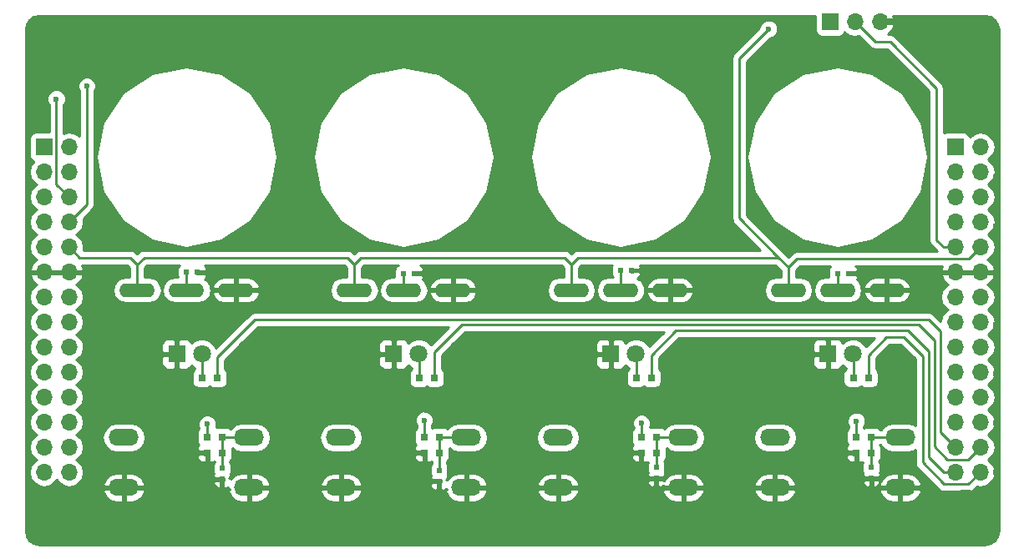
<source format=gbl>
G04 #@! TF.FileFunction,Copper,L2,Bot,Signal*
%FSLAX46Y46*%
G04 Gerber Fmt 4.6, Leading zero omitted, Abs format (unit mm)*
G04 Created by KiCad (PCBNEW 4.0.2-stable) date 2017/01/23 23:07:35*
%MOMM*%
G01*
G04 APERTURE LIST*
%ADD10C,0.100000*%
%ADD11R,0.600000X0.500000*%
%ADD12R,0.500000X0.600000*%
%ADD13R,1.800000X1.800000*%
%ADD14C,1.800000*%
%ADD15C,4.500000*%
%ADD16R,1.700000X1.700000*%
%ADD17O,1.700000X1.700000*%
%ADD18R,0.800000X0.750000*%
%ADD19O,3.048000X1.727200*%
%ADD20O,3.600000X1.400000*%
%ADD21C,0.600000*%
%ADD22C,0.250000*%
%ADD23C,0.254000*%
G04 APERTURE END LIST*
D10*
D11*
X170000000Y-75800000D03*
X171100000Y-75800000D03*
X126000000Y-75800000D03*
X127100000Y-75800000D03*
X148000000Y-75500000D03*
X149100000Y-75500000D03*
X104000000Y-75700000D03*
X105100000Y-75700000D03*
D12*
X107600000Y-96700000D03*
X107600000Y-95600000D03*
X129600000Y-96900000D03*
X129600000Y-95800000D03*
X151600000Y-96600000D03*
X151600000Y-95500000D03*
X173400000Y-96600000D03*
X173400000Y-95500000D03*
D13*
X103000000Y-84000000D03*
D14*
X105540000Y-84000000D03*
D13*
X125000000Y-84000000D03*
D14*
X127540000Y-84000000D03*
D13*
X147000000Y-84000000D03*
D14*
X149540000Y-84000000D03*
D13*
X169000000Y-84000000D03*
D14*
X171540000Y-84000000D03*
D15*
X183000000Y-53000000D03*
X183000000Y-100000000D03*
D16*
X169220000Y-50270000D03*
D17*
X171760000Y-50270000D03*
X174300000Y-50270000D03*
D15*
X91000000Y-53000000D03*
X91000000Y-100000000D03*
D18*
X107600000Y-92400000D03*
X106100000Y-92400000D03*
X129600000Y-92400000D03*
X128100000Y-92400000D03*
X151600000Y-92400000D03*
X150100000Y-92400000D03*
X173400000Y-92400000D03*
X171900000Y-92400000D03*
X106100000Y-94000000D03*
X107600000Y-94000000D03*
X128100000Y-94000000D03*
X129600000Y-94000000D03*
X150100000Y-94000000D03*
X151600000Y-94000000D03*
X171900000Y-94000000D03*
X173400000Y-94000000D03*
X105600000Y-86400000D03*
X107100000Y-86400000D03*
X127600000Y-86400000D03*
X129100000Y-86400000D03*
X149600000Y-86400000D03*
X151100000Y-86400000D03*
X171600000Y-86400000D03*
X173100000Y-86400000D03*
D19*
X176350000Y-92460000D03*
X176350000Y-97540000D03*
X163650000Y-92460000D03*
X163650000Y-97540000D03*
X154350000Y-92460000D03*
X154350000Y-97540000D03*
X141650000Y-92460000D03*
X141650000Y-97540000D03*
X132350000Y-92460000D03*
X132350000Y-97540000D03*
X119650000Y-92460000D03*
X119650000Y-97540000D03*
X110350000Y-92460000D03*
X110350000Y-97540000D03*
X97650000Y-92460000D03*
X97650000Y-97540000D03*
D20*
X165000000Y-77500000D03*
X170000000Y-77500000D03*
X175000000Y-77500000D03*
X143000000Y-77500000D03*
X148000000Y-77500000D03*
X153000000Y-77500000D03*
X121000000Y-77500000D03*
X126000000Y-77500000D03*
X131000000Y-77500000D03*
X99000000Y-77500000D03*
X104000000Y-77500000D03*
X109000000Y-77500000D03*
D16*
X181920000Y-62970000D03*
D17*
X184460000Y-62970000D03*
X181920000Y-65510000D03*
X184460000Y-65510000D03*
X181920000Y-68050000D03*
X184460000Y-68050000D03*
X181920000Y-70590000D03*
X184460000Y-70590000D03*
X181920000Y-73130000D03*
X184460000Y-73130000D03*
X181920000Y-75670000D03*
X184460000Y-75670000D03*
X181920000Y-78210000D03*
X184460000Y-78210000D03*
X181920000Y-80750000D03*
X184460000Y-80750000D03*
X181920000Y-83290000D03*
X184460000Y-83290000D03*
X181920000Y-85830000D03*
X184460000Y-85830000D03*
X181920000Y-88370000D03*
X184460000Y-88370000D03*
X181920000Y-90910000D03*
X184460000Y-90910000D03*
X181920000Y-93450000D03*
X184460000Y-93450000D03*
X181920000Y-95990000D03*
X184460000Y-95990000D03*
D16*
X89540000Y-62970000D03*
D17*
X92080000Y-62970000D03*
X89540000Y-65510000D03*
X92080000Y-65510000D03*
X89540000Y-68050000D03*
X92080000Y-68050000D03*
X89540000Y-70590000D03*
X92080000Y-70590000D03*
X89540000Y-73130000D03*
X92080000Y-73130000D03*
X89540000Y-75670000D03*
X92080000Y-75670000D03*
X89540000Y-78210000D03*
X92080000Y-78210000D03*
X89540000Y-80750000D03*
X92080000Y-80750000D03*
X89540000Y-83290000D03*
X92080000Y-83290000D03*
X89540000Y-85830000D03*
X92080000Y-85830000D03*
X89540000Y-88370000D03*
X92080000Y-88370000D03*
X89540000Y-90910000D03*
X92080000Y-90910000D03*
X89540000Y-93450000D03*
X92080000Y-93450000D03*
X89540000Y-95990000D03*
X92080000Y-95990000D03*
D21*
X158300000Y-72400000D03*
X158300000Y-57200000D03*
X136900000Y-72400000D03*
X136800000Y-56900000D03*
X165000000Y-50000000D03*
X160000000Y-50000000D03*
X155000000Y-50000000D03*
X150000000Y-50000000D03*
X145000000Y-50000000D03*
X140000000Y-50000000D03*
X135000000Y-50000000D03*
X130000000Y-50000000D03*
X125000000Y-50000000D03*
X120000000Y-50000000D03*
X114000000Y-50000000D03*
X109000000Y-50000000D03*
X104000000Y-50000000D03*
X99000000Y-50000000D03*
X94000000Y-50000000D03*
X88000000Y-57000000D03*
X88000000Y-62000000D03*
X88000000Y-67000000D03*
X88000000Y-72000000D03*
X88000000Y-77000000D03*
X88000000Y-82000000D03*
X88000000Y-87000000D03*
X88000000Y-92000000D03*
X88000000Y-97000000D03*
X95000000Y-103000000D03*
X100000000Y-103000000D03*
X105000000Y-103000000D03*
X110000000Y-103000000D03*
X115000000Y-103000000D03*
X120000000Y-103000000D03*
X125000000Y-103000000D03*
X130000000Y-103000000D03*
X135000000Y-103000000D03*
X140000000Y-103000000D03*
X145000000Y-103000000D03*
X150000000Y-103000000D03*
X155000000Y-103000000D03*
X160000000Y-103000000D03*
X165000000Y-103000000D03*
X170000000Y-103000000D03*
X175000000Y-103000000D03*
X180000000Y-103000000D03*
X186000000Y-96000000D03*
X186000000Y-91000000D03*
X186000000Y-86000000D03*
X186000000Y-81000000D03*
X186000000Y-76000000D03*
X186000000Y-71000000D03*
X186000000Y-66000000D03*
X186000000Y-61000000D03*
X186000000Y-56000000D03*
X180000000Y-50000000D03*
X90800000Y-58100000D03*
X93900000Y-56800000D03*
X163000000Y-51000000D03*
X106100000Y-91100000D03*
X128100000Y-90700000D03*
X150100000Y-91000000D03*
X171900000Y-90800000D03*
D22*
X160000000Y-50000000D02*
X158300000Y-51700000D01*
X158300000Y-51700000D02*
X158300000Y-57200000D01*
X135000000Y-50000000D02*
X135000000Y-55100000D01*
X135000000Y-55100000D02*
X136800000Y-56900000D01*
X160000000Y-50000000D02*
X165000000Y-50000000D01*
X150000000Y-50000000D02*
X155000000Y-50000000D01*
X140000000Y-50000000D02*
X145000000Y-50000000D01*
X130000000Y-50000000D02*
X135000000Y-50000000D01*
X120000000Y-50000000D02*
X125000000Y-50000000D01*
X109000000Y-50000000D02*
X114000000Y-50000000D01*
X99000000Y-50000000D02*
X104000000Y-50000000D01*
X91000000Y-53000000D02*
X94000000Y-50000000D01*
X88000000Y-57000000D02*
X88000000Y-56000000D01*
X88000000Y-56000000D02*
X91000000Y-53000000D01*
X88000000Y-67000000D02*
X88000000Y-62000000D01*
X88000000Y-77000000D02*
X88000000Y-72000000D01*
X88000000Y-87000000D02*
X88000000Y-82000000D01*
X88000000Y-97000000D02*
X88000000Y-92000000D01*
X100000000Y-103000000D02*
X95000000Y-103000000D01*
X110000000Y-103000000D02*
X105000000Y-103000000D01*
X120000000Y-103000000D02*
X115000000Y-103000000D01*
X130000000Y-103000000D02*
X125000000Y-103000000D01*
X140000000Y-103000000D02*
X135000000Y-103000000D01*
X150000000Y-103000000D02*
X145000000Y-103000000D01*
X160000000Y-103000000D02*
X155000000Y-103000000D01*
X170000000Y-103000000D02*
X165000000Y-103000000D01*
X180000000Y-103000000D02*
X175000000Y-103000000D01*
X186000000Y-91000000D02*
X186000000Y-96000000D01*
X186000000Y-81000000D02*
X186000000Y-86000000D01*
X186000000Y-71000000D02*
X186000000Y-76000000D01*
X186000000Y-61000000D02*
X186000000Y-66000000D01*
X183000000Y-53000000D02*
X186000000Y-56000000D01*
X180000000Y-50000000D02*
X174570000Y-50000000D01*
X174570000Y-50000000D02*
X174300000Y-50270000D01*
X90800000Y-58100000D02*
X90800000Y-66770000D01*
X90800000Y-66770000D02*
X92080000Y-68050000D01*
X93900000Y-56800000D02*
X93900000Y-68770000D01*
X93900000Y-68770000D02*
X92080000Y-70590000D01*
X107600000Y-92400000D02*
X110290000Y-92400000D01*
X110290000Y-92400000D02*
X110350000Y-92460000D01*
X107600000Y-94000000D02*
X107600000Y-95600000D01*
X107600000Y-92400000D02*
X107600000Y-94000000D01*
X129600000Y-94000000D02*
X129600000Y-95800000D01*
X129600000Y-92400000D02*
X129600000Y-94000000D01*
X132350000Y-92460000D02*
X129660000Y-92460000D01*
X129660000Y-92460000D02*
X129600000Y-92400000D01*
X151600000Y-94000000D02*
X151600000Y-95500000D01*
X151600000Y-92400000D02*
X151600000Y-94000000D01*
X154350000Y-92460000D02*
X151660000Y-92460000D01*
X151660000Y-92460000D02*
X151600000Y-92400000D01*
X173400000Y-94000000D02*
X173400000Y-95500000D01*
X173400000Y-92400000D02*
X173400000Y-94000000D01*
X173400000Y-92400000D02*
X176290000Y-92400000D01*
X176290000Y-92400000D02*
X176350000Y-92460000D01*
X105600000Y-86400000D02*
X105600000Y-84060000D01*
X105600000Y-84060000D02*
X105540000Y-84000000D01*
X127600000Y-86400000D02*
X127600000Y-84060000D01*
X127600000Y-84060000D02*
X127540000Y-84000000D01*
X149600000Y-86400000D02*
X149600000Y-84060000D01*
X149600000Y-84060000D02*
X149540000Y-84000000D01*
X171600000Y-86400000D02*
X171600000Y-84060000D01*
X171600000Y-84060000D02*
X171540000Y-84000000D01*
X160000000Y-70200000D02*
X160000000Y-54000000D01*
X160000000Y-54000000D02*
X163000000Y-51000000D01*
X164000000Y-74200000D02*
X160000000Y-70200000D01*
X98300000Y-74200000D02*
X93150000Y-74200000D01*
X93150000Y-74200000D02*
X92080000Y-73130000D01*
X99000000Y-74900000D02*
X98300000Y-74200000D01*
X99700000Y-74200000D02*
X99000000Y-74900000D01*
X99000000Y-74900000D02*
X99000000Y-77500000D01*
X120300000Y-74200000D02*
X99700000Y-74200000D01*
X121000000Y-74900000D02*
X120300000Y-74200000D01*
X121700000Y-74200000D02*
X121000000Y-74900000D01*
X121000000Y-74900000D02*
X121000000Y-77500000D01*
X142300000Y-74200000D02*
X121700000Y-74200000D01*
X143000000Y-74900000D02*
X142300000Y-74200000D01*
X143700000Y-74200000D02*
X143000000Y-74900000D01*
X143000000Y-74900000D02*
X143000000Y-77500000D01*
X164000000Y-74200000D02*
X143700000Y-74200000D01*
X165000000Y-75200000D02*
X164000000Y-74200000D01*
X184460000Y-73130000D02*
X183284999Y-74305001D01*
X183284999Y-74305001D02*
X165894999Y-74305001D01*
X165894999Y-74305001D02*
X165000000Y-75200000D01*
X165000000Y-75200000D02*
X165000000Y-77500000D01*
X175300000Y-52300000D02*
X173790000Y-52300000D01*
X173790000Y-52300000D02*
X171760000Y-50270000D01*
X180000000Y-57000000D02*
X175300000Y-52300000D01*
X180000000Y-72412081D02*
X180000000Y-57000000D01*
X181920000Y-73130000D02*
X180717919Y-73130000D01*
X180717919Y-73130000D02*
X180000000Y-72412081D01*
X104000000Y-75700000D02*
X104000000Y-77500000D01*
X126000000Y-75800000D02*
X126000000Y-77500000D01*
X148000000Y-75500000D02*
X148000000Y-77500000D01*
X170000000Y-75800000D02*
X170000000Y-77500000D01*
X106100000Y-91100000D02*
X106100000Y-92400000D01*
X128100000Y-90700000D02*
X128100000Y-92400000D01*
X150100000Y-91000000D02*
X150100000Y-92400000D01*
X171900000Y-90800000D02*
X171900000Y-92400000D01*
X107100000Y-84300000D02*
X107100000Y-86400000D01*
X179200000Y-80500000D02*
X110900000Y-80500000D01*
X110900000Y-80500000D02*
X107100000Y-84300000D01*
X180400000Y-81700000D02*
X179200000Y-80500000D01*
X180400000Y-91930000D02*
X180400000Y-81700000D01*
X181920000Y-93450000D02*
X180400000Y-91930000D01*
X129100000Y-83800000D02*
X129100000Y-86400000D01*
X131900000Y-81000000D02*
X129100000Y-83800000D01*
X178200000Y-81000000D02*
X131900000Y-81000000D01*
X179800000Y-82600000D02*
X178200000Y-81000000D01*
X179800000Y-93400000D02*
X179800000Y-82600000D01*
X181100000Y-94700000D02*
X179800000Y-93400000D01*
X183210000Y-94700000D02*
X181100000Y-94700000D01*
X184460000Y-93450000D02*
X183210000Y-94700000D01*
X151100000Y-84100000D02*
X151100000Y-86400000D01*
X153600000Y-81600000D02*
X151100000Y-84100000D01*
X177100000Y-81600000D02*
X153600000Y-81600000D01*
X179200000Y-83700000D02*
X177100000Y-81600000D01*
X179200000Y-94472081D02*
X179200000Y-83700000D01*
X180717919Y-95990000D02*
X179200000Y-94472081D01*
X181920000Y-95990000D02*
X180717919Y-95990000D01*
X174900000Y-82300000D02*
X173100000Y-84100000D01*
X176700000Y-82300000D02*
X174900000Y-82300000D01*
X173100000Y-84100000D02*
X173100000Y-86400000D01*
X184460000Y-95990000D02*
X183250000Y-97200000D01*
X178600000Y-84200000D02*
X176700000Y-82300000D01*
X183250000Y-97200000D02*
X180800000Y-97200000D01*
X180800000Y-97200000D02*
X178600000Y-95000000D01*
X178600000Y-95000000D02*
X178600000Y-84200000D01*
D23*
G36*
X167722560Y-51120000D02*
X167766838Y-51355317D01*
X167905910Y-51571441D01*
X168118110Y-51716431D01*
X168370000Y-51767440D01*
X170070000Y-51767440D01*
X170305317Y-51723162D01*
X170521441Y-51584090D01*
X170666431Y-51371890D01*
X170680086Y-51304459D01*
X170709946Y-51349147D01*
X171191715Y-51671054D01*
X171760000Y-51784093D01*
X172126408Y-51711210D01*
X173252599Y-52837401D01*
X173499161Y-53002148D01*
X173790000Y-53060000D01*
X174985198Y-53060000D01*
X179240000Y-57314802D01*
X179240000Y-72412081D01*
X179297852Y-72702920D01*
X179462599Y-72949482D01*
X180058118Y-73545001D01*
X165894999Y-73545001D01*
X165604160Y-73602853D01*
X165357598Y-73767600D01*
X165000000Y-74125198D01*
X160760000Y-69885198D01*
X160760000Y-64000000D01*
X160815000Y-64000000D01*
X161514166Y-67514947D01*
X163505224Y-70494776D01*
X166485053Y-72485834D01*
X170000000Y-73185000D01*
X173514947Y-72485834D01*
X176494776Y-70494776D01*
X178485834Y-67514947D01*
X179185000Y-64000000D01*
X178485834Y-60485053D01*
X176494776Y-57505224D01*
X173514947Y-55514166D01*
X170000000Y-54815000D01*
X166485053Y-55514166D01*
X163505224Y-57505224D01*
X161514166Y-60485053D01*
X160815000Y-64000000D01*
X160760000Y-64000000D01*
X160760000Y-54314802D01*
X163139680Y-51935122D01*
X163185167Y-51935162D01*
X163528943Y-51793117D01*
X163792192Y-51530327D01*
X163934838Y-51186799D01*
X163935162Y-50814833D01*
X163793117Y-50471057D01*
X163530327Y-50207808D01*
X163186799Y-50065162D01*
X162814833Y-50064838D01*
X162471057Y-50206883D01*
X162207808Y-50469673D01*
X162065162Y-50813201D01*
X162065121Y-50860077D01*
X159462599Y-53462599D01*
X159297852Y-53709161D01*
X159240000Y-54000000D01*
X159240000Y-70200000D01*
X159297852Y-70490839D01*
X159462599Y-70737401D01*
X162165198Y-73440000D01*
X143700000Y-73440000D01*
X143409161Y-73497852D01*
X143409159Y-73497853D01*
X143409160Y-73497853D01*
X143162598Y-73662599D01*
X143000000Y-73825197D01*
X142837401Y-73662599D01*
X142590839Y-73497852D01*
X142300000Y-73440000D01*
X121700000Y-73440000D01*
X121409161Y-73497852D01*
X121409159Y-73497853D01*
X121409160Y-73497853D01*
X121162598Y-73662599D01*
X121000000Y-73825197D01*
X120837401Y-73662599D01*
X120590839Y-73497852D01*
X120300000Y-73440000D01*
X99700000Y-73440000D01*
X99409161Y-73497852D01*
X99409159Y-73497853D01*
X99409160Y-73497853D01*
X99162598Y-73662599D01*
X99000000Y-73825197D01*
X98837401Y-73662599D01*
X98590839Y-73497852D01*
X98300000Y-73440000D01*
X93532430Y-73440000D01*
X93594093Y-73130000D01*
X93481054Y-72561715D01*
X93159147Y-72079946D01*
X92829974Y-71860000D01*
X93159147Y-71640054D01*
X93481054Y-71158285D01*
X93594093Y-70590000D01*
X93521210Y-70223592D01*
X94437401Y-69307401D01*
X94602148Y-69060839D01*
X94660000Y-68770000D01*
X94660000Y-64000000D01*
X94815000Y-64000000D01*
X95514166Y-67514947D01*
X97505224Y-70494776D01*
X100485053Y-72485834D01*
X104000000Y-73185000D01*
X107514947Y-72485834D01*
X110494776Y-70494776D01*
X112485834Y-67514947D01*
X113185000Y-64000000D01*
X116815000Y-64000000D01*
X117514166Y-67514947D01*
X119505224Y-70494776D01*
X122485053Y-72485834D01*
X126000000Y-73185000D01*
X129514947Y-72485834D01*
X132494776Y-70494776D01*
X134485834Y-67514947D01*
X135185000Y-64000000D01*
X138815000Y-64000000D01*
X139514166Y-67514947D01*
X141505224Y-70494776D01*
X144485053Y-72485834D01*
X148000000Y-73185000D01*
X151514947Y-72485834D01*
X154494776Y-70494776D01*
X156485834Y-67514947D01*
X157185000Y-64000000D01*
X156485834Y-60485053D01*
X154494776Y-57505224D01*
X151514947Y-55514166D01*
X148000000Y-54815000D01*
X144485053Y-55514166D01*
X141505224Y-57505224D01*
X139514166Y-60485053D01*
X138815000Y-64000000D01*
X135185000Y-64000000D01*
X134485834Y-60485053D01*
X132494776Y-57505224D01*
X129514947Y-55514166D01*
X126000000Y-54815000D01*
X122485053Y-55514166D01*
X119505224Y-57505224D01*
X117514166Y-60485053D01*
X116815000Y-64000000D01*
X113185000Y-64000000D01*
X112485834Y-60485053D01*
X110494776Y-57505224D01*
X107514947Y-55514166D01*
X104000000Y-54815000D01*
X100485053Y-55514166D01*
X97505224Y-57505224D01*
X95514166Y-60485053D01*
X94815000Y-64000000D01*
X94660000Y-64000000D01*
X94660000Y-57362463D01*
X94692192Y-57330327D01*
X94834838Y-56986799D01*
X94835162Y-56614833D01*
X94693117Y-56271057D01*
X94430327Y-56007808D01*
X94086799Y-55865162D01*
X93714833Y-55864838D01*
X93371057Y-56006883D01*
X93107808Y-56269673D01*
X92965162Y-56613201D01*
X92964838Y-56985167D01*
X93106883Y-57328943D01*
X93140000Y-57362118D01*
X93140000Y-61907152D01*
X92677378Y-61598039D01*
X92109093Y-61485000D01*
X92050907Y-61485000D01*
X91560000Y-61582648D01*
X91560000Y-58662463D01*
X91592192Y-58630327D01*
X91734838Y-58286799D01*
X91735162Y-57914833D01*
X91593117Y-57571057D01*
X91330327Y-57307808D01*
X90986799Y-57165162D01*
X90614833Y-57164838D01*
X90271057Y-57306883D01*
X90007808Y-57569673D01*
X89865162Y-57913201D01*
X89864838Y-58285167D01*
X90006883Y-58628943D01*
X90040000Y-58662118D01*
X90040000Y-61472560D01*
X88690000Y-61472560D01*
X88454683Y-61516838D01*
X88238559Y-61655910D01*
X88093569Y-61868110D01*
X88042560Y-62120000D01*
X88042560Y-63820000D01*
X88086838Y-64055317D01*
X88225910Y-64271441D01*
X88438110Y-64416431D01*
X88505541Y-64430086D01*
X88460853Y-64459946D01*
X88138946Y-64941715D01*
X88025907Y-65510000D01*
X88138946Y-66078285D01*
X88460853Y-66560054D01*
X88790026Y-66780000D01*
X88460853Y-66999946D01*
X88138946Y-67481715D01*
X88025907Y-68050000D01*
X88138946Y-68618285D01*
X88460853Y-69100054D01*
X88790026Y-69320000D01*
X88460853Y-69539946D01*
X88138946Y-70021715D01*
X88025907Y-70590000D01*
X88138946Y-71158285D01*
X88460853Y-71640054D01*
X88790026Y-71860000D01*
X88460853Y-72079946D01*
X88138946Y-72561715D01*
X88025907Y-73130000D01*
X88138946Y-73698285D01*
X88460853Y-74180054D01*
X88801553Y-74407702D01*
X88658642Y-74474817D01*
X88268355Y-74903076D01*
X88098524Y-75313110D01*
X88219845Y-75543000D01*
X89413000Y-75543000D01*
X89413000Y-75523000D01*
X89667000Y-75523000D01*
X89667000Y-75543000D01*
X91953000Y-75543000D01*
X91953000Y-75523000D01*
X92207000Y-75523000D01*
X92207000Y-75543000D01*
X93400155Y-75543000D01*
X93521476Y-75313110D01*
X93375222Y-74960000D01*
X97985198Y-74960000D01*
X98240000Y-75214803D01*
X98240000Y-76165000D01*
X97852296Y-76165000D01*
X97341414Y-76266621D01*
X96908308Y-76556012D01*
X96618917Y-76989118D01*
X96517296Y-77500000D01*
X96618917Y-78010882D01*
X96908308Y-78443988D01*
X97341414Y-78733379D01*
X97852296Y-78835000D01*
X100147704Y-78835000D01*
X100658586Y-78733379D01*
X101091692Y-78443988D01*
X101381083Y-78010882D01*
X101482704Y-77500000D01*
X101381083Y-76989118D01*
X101091692Y-76556012D01*
X100658586Y-76266621D01*
X100147704Y-76165000D01*
X99760000Y-76165000D01*
X99760000Y-75214802D01*
X100014803Y-74960000D01*
X103288824Y-74960000D01*
X103248559Y-74985910D01*
X103103569Y-75198110D01*
X103052560Y-75450000D01*
X103052560Y-75950000D01*
X103093015Y-76165000D01*
X102852296Y-76165000D01*
X102341414Y-76266621D01*
X101908308Y-76556012D01*
X101618917Y-76989118D01*
X101517296Y-77500000D01*
X101618917Y-78010882D01*
X101908308Y-78443988D01*
X102341414Y-78733379D01*
X102852296Y-78835000D01*
X105147704Y-78835000D01*
X105658586Y-78733379D01*
X106091692Y-78443988D01*
X106381083Y-78010882D01*
X106416400Y-77833329D01*
X106607284Y-77833329D01*
X106618020Y-77893550D01*
X106866210Y-78354185D01*
X107271785Y-78684778D01*
X107773000Y-78835000D01*
X108873000Y-78835000D01*
X108873000Y-77627000D01*
X109127000Y-77627000D01*
X109127000Y-78835000D01*
X110227000Y-78835000D01*
X110728215Y-78684778D01*
X111133790Y-78354185D01*
X111381980Y-77893550D01*
X111392716Y-77833329D01*
X111269374Y-77627000D01*
X109127000Y-77627000D01*
X108873000Y-77627000D01*
X106730626Y-77627000D01*
X106607284Y-77833329D01*
X106416400Y-77833329D01*
X106482704Y-77500000D01*
X106416401Y-77166671D01*
X106607284Y-77166671D01*
X106730626Y-77373000D01*
X108873000Y-77373000D01*
X108873000Y-76165000D01*
X109127000Y-76165000D01*
X109127000Y-77373000D01*
X111269374Y-77373000D01*
X111392716Y-77166671D01*
X111381980Y-77106450D01*
X111133790Y-76645815D01*
X110728215Y-76315222D01*
X110227000Y-76165000D01*
X109127000Y-76165000D01*
X108873000Y-76165000D01*
X107773000Y-76165000D01*
X107271785Y-76315222D01*
X106866210Y-76645815D01*
X106618020Y-77106450D01*
X106607284Y-77166671D01*
X106416401Y-77166671D01*
X106381083Y-76989118D01*
X106091692Y-76556012D01*
X105852102Y-76395924D01*
X105938327Y-76309699D01*
X106035000Y-76076310D01*
X106035000Y-75983750D01*
X105876250Y-75825000D01*
X105227000Y-75825000D01*
X105227000Y-75847000D01*
X104973000Y-75847000D01*
X104973000Y-75825000D01*
X104953000Y-75825000D01*
X104953000Y-75575000D01*
X104973000Y-75575000D01*
X104973000Y-75553000D01*
X105227000Y-75553000D01*
X105227000Y-75575000D01*
X105876250Y-75575000D01*
X106035000Y-75416250D01*
X106035000Y-75323690D01*
X105938327Y-75090301D01*
X105808025Y-74960000D01*
X119985198Y-74960000D01*
X120240000Y-75214803D01*
X120240000Y-76165000D01*
X119852296Y-76165000D01*
X119341414Y-76266621D01*
X118908308Y-76556012D01*
X118618917Y-76989118D01*
X118517296Y-77500000D01*
X118618917Y-78010882D01*
X118908308Y-78443988D01*
X119341414Y-78733379D01*
X119852296Y-78835000D01*
X122147704Y-78835000D01*
X122658586Y-78733379D01*
X123091692Y-78443988D01*
X123381083Y-78010882D01*
X123482704Y-77500000D01*
X123381083Y-76989118D01*
X123091692Y-76556012D01*
X122658586Y-76266621D01*
X122147704Y-76165000D01*
X121760000Y-76165000D01*
X121760000Y-75214802D01*
X122014803Y-74960000D01*
X125444229Y-74960000D01*
X125248559Y-75085910D01*
X125103569Y-75298110D01*
X125052560Y-75550000D01*
X125052560Y-76050000D01*
X125074199Y-76165000D01*
X124852296Y-76165000D01*
X124341414Y-76266621D01*
X123908308Y-76556012D01*
X123618917Y-76989118D01*
X123517296Y-77500000D01*
X123618917Y-78010882D01*
X123908308Y-78443988D01*
X124341414Y-78733379D01*
X124852296Y-78835000D01*
X127147704Y-78835000D01*
X127658586Y-78733379D01*
X128091692Y-78443988D01*
X128381083Y-78010882D01*
X128416400Y-77833329D01*
X128607284Y-77833329D01*
X128618020Y-77893550D01*
X128866210Y-78354185D01*
X129271785Y-78684778D01*
X129773000Y-78835000D01*
X130873000Y-78835000D01*
X130873000Y-77627000D01*
X131127000Y-77627000D01*
X131127000Y-78835000D01*
X132227000Y-78835000D01*
X132728215Y-78684778D01*
X133133790Y-78354185D01*
X133381980Y-77893550D01*
X133392716Y-77833329D01*
X133269374Y-77627000D01*
X131127000Y-77627000D01*
X130873000Y-77627000D01*
X128730626Y-77627000D01*
X128607284Y-77833329D01*
X128416400Y-77833329D01*
X128482704Y-77500000D01*
X128416401Y-77166671D01*
X128607284Y-77166671D01*
X128730626Y-77373000D01*
X130873000Y-77373000D01*
X130873000Y-76165000D01*
X131127000Y-76165000D01*
X131127000Y-77373000D01*
X133269374Y-77373000D01*
X133392716Y-77166671D01*
X133381980Y-77106450D01*
X133133790Y-76645815D01*
X132728215Y-76315222D01*
X132227000Y-76165000D01*
X131127000Y-76165000D01*
X130873000Y-76165000D01*
X129773000Y-76165000D01*
X129271785Y-76315222D01*
X128866210Y-76645815D01*
X128618020Y-77106450D01*
X128607284Y-77166671D01*
X128416401Y-77166671D01*
X128381083Y-76989118D01*
X128091692Y-76556012D01*
X127912048Y-76435978D01*
X127938327Y-76409699D01*
X128035000Y-76176310D01*
X128035000Y-76083750D01*
X127876250Y-75925000D01*
X127227000Y-75925000D01*
X127227000Y-75947000D01*
X126973000Y-75947000D01*
X126973000Y-75925000D01*
X126953000Y-75925000D01*
X126953000Y-75675000D01*
X126973000Y-75675000D01*
X126973000Y-75653000D01*
X127227000Y-75653000D01*
X127227000Y-75675000D01*
X127876250Y-75675000D01*
X128035000Y-75516250D01*
X128035000Y-75423690D01*
X127938327Y-75190301D01*
X127759698Y-75011673D01*
X127634948Y-74960000D01*
X141985198Y-74960000D01*
X142240000Y-75214803D01*
X142240000Y-76165000D01*
X141852296Y-76165000D01*
X141341414Y-76266621D01*
X140908308Y-76556012D01*
X140618917Y-76989118D01*
X140517296Y-77500000D01*
X140618917Y-78010882D01*
X140908308Y-78443988D01*
X141341414Y-78733379D01*
X141852296Y-78835000D01*
X144147704Y-78835000D01*
X144658586Y-78733379D01*
X145091692Y-78443988D01*
X145381083Y-78010882D01*
X145482704Y-77500000D01*
X145381083Y-76989118D01*
X145091692Y-76556012D01*
X144658586Y-76266621D01*
X144147704Y-76165000D01*
X143760000Y-76165000D01*
X143760000Y-75214802D01*
X144014803Y-74960000D01*
X147129608Y-74960000D01*
X147103569Y-74998110D01*
X147052560Y-75250000D01*
X147052560Y-75750000D01*
X147096838Y-75985317D01*
X147212461Y-76165000D01*
X146852296Y-76165000D01*
X146341414Y-76266621D01*
X145908308Y-76556012D01*
X145618917Y-76989118D01*
X145517296Y-77500000D01*
X145618917Y-78010882D01*
X145908308Y-78443988D01*
X146341414Y-78733379D01*
X146852296Y-78835000D01*
X149147704Y-78835000D01*
X149658586Y-78733379D01*
X150091692Y-78443988D01*
X150381083Y-78010882D01*
X150416400Y-77833329D01*
X150607284Y-77833329D01*
X150618020Y-77893550D01*
X150866210Y-78354185D01*
X151271785Y-78684778D01*
X151773000Y-78835000D01*
X152873000Y-78835000D01*
X152873000Y-77627000D01*
X153127000Y-77627000D01*
X153127000Y-78835000D01*
X154227000Y-78835000D01*
X154728215Y-78684778D01*
X155133790Y-78354185D01*
X155381980Y-77893550D01*
X155392716Y-77833329D01*
X155269374Y-77627000D01*
X153127000Y-77627000D01*
X152873000Y-77627000D01*
X150730626Y-77627000D01*
X150607284Y-77833329D01*
X150416400Y-77833329D01*
X150482704Y-77500000D01*
X150416401Y-77166671D01*
X150607284Y-77166671D01*
X150730626Y-77373000D01*
X152873000Y-77373000D01*
X152873000Y-76165000D01*
X153127000Y-76165000D01*
X153127000Y-77373000D01*
X155269374Y-77373000D01*
X155392716Y-77166671D01*
X155381980Y-77106450D01*
X155133790Y-76645815D01*
X154728215Y-76315222D01*
X154227000Y-76165000D01*
X153127000Y-76165000D01*
X152873000Y-76165000D01*
X151773000Y-76165000D01*
X151271785Y-76315222D01*
X150866210Y-76645815D01*
X150618020Y-77106450D01*
X150607284Y-77166671D01*
X150416401Y-77166671D01*
X150381083Y-76989118D01*
X150091692Y-76556012D01*
X149717334Y-76305875D01*
X149759698Y-76288327D01*
X149938327Y-76109699D01*
X150035000Y-75876310D01*
X150035000Y-75783750D01*
X149876250Y-75625000D01*
X149227000Y-75625000D01*
X149227000Y-75647000D01*
X148973000Y-75647000D01*
X148973000Y-75625000D01*
X148953000Y-75625000D01*
X148953000Y-75375000D01*
X148973000Y-75375000D01*
X148973000Y-75353000D01*
X149227000Y-75353000D01*
X149227000Y-75375000D01*
X149876250Y-75375000D01*
X150035000Y-75216250D01*
X150035000Y-75123690D01*
X149967197Y-74960000D01*
X163685198Y-74960000D01*
X164240000Y-75514802D01*
X164240000Y-76165000D01*
X163852296Y-76165000D01*
X163341414Y-76266621D01*
X162908308Y-76556012D01*
X162618917Y-76989118D01*
X162517296Y-77500000D01*
X162618917Y-78010882D01*
X162908308Y-78443988D01*
X163341414Y-78733379D01*
X163852296Y-78835000D01*
X166147704Y-78835000D01*
X166658586Y-78733379D01*
X167091692Y-78443988D01*
X167381083Y-78010882D01*
X167482704Y-77500000D01*
X167381083Y-76989118D01*
X167091692Y-76556012D01*
X166658586Y-76266621D01*
X166147704Y-76165000D01*
X165760000Y-76165000D01*
X165760000Y-75514802D01*
X166209801Y-75065001D01*
X169281053Y-75065001D01*
X169248559Y-75085910D01*
X169103569Y-75298110D01*
X169052560Y-75550000D01*
X169052560Y-76050000D01*
X169074199Y-76165000D01*
X168852296Y-76165000D01*
X168341414Y-76266621D01*
X167908308Y-76556012D01*
X167618917Y-76989118D01*
X167517296Y-77500000D01*
X167618917Y-78010882D01*
X167908308Y-78443988D01*
X168341414Y-78733379D01*
X168852296Y-78835000D01*
X171147704Y-78835000D01*
X171658586Y-78733379D01*
X172091692Y-78443988D01*
X172381083Y-78010882D01*
X172416400Y-77833329D01*
X172607284Y-77833329D01*
X172618020Y-77893550D01*
X172866210Y-78354185D01*
X173271785Y-78684778D01*
X173773000Y-78835000D01*
X174873000Y-78835000D01*
X174873000Y-77627000D01*
X175127000Y-77627000D01*
X175127000Y-78835000D01*
X176227000Y-78835000D01*
X176728215Y-78684778D01*
X177133790Y-78354185D01*
X177381980Y-77893550D01*
X177392716Y-77833329D01*
X177269374Y-77627000D01*
X175127000Y-77627000D01*
X174873000Y-77627000D01*
X172730626Y-77627000D01*
X172607284Y-77833329D01*
X172416400Y-77833329D01*
X172482704Y-77500000D01*
X172416401Y-77166671D01*
X172607284Y-77166671D01*
X172730626Y-77373000D01*
X174873000Y-77373000D01*
X174873000Y-76165000D01*
X175127000Y-76165000D01*
X175127000Y-77373000D01*
X177269374Y-77373000D01*
X177392716Y-77166671D01*
X177381980Y-77106450D01*
X177133790Y-76645815D01*
X176728215Y-76315222D01*
X176227000Y-76165000D01*
X175127000Y-76165000D01*
X174873000Y-76165000D01*
X173773000Y-76165000D01*
X173271785Y-76315222D01*
X172866210Y-76645815D01*
X172618020Y-77106450D01*
X172607284Y-77166671D01*
X172416401Y-77166671D01*
X172381083Y-76989118D01*
X172091692Y-76556012D01*
X171912048Y-76435978D01*
X171938327Y-76409699D01*
X172035000Y-76176310D01*
X172035000Y-76083750D01*
X171876250Y-75925000D01*
X171227000Y-75925000D01*
X171227000Y-75947000D01*
X170973000Y-75947000D01*
X170973000Y-75925000D01*
X170953000Y-75925000D01*
X170953000Y-75675000D01*
X170973000Y-75675000D01*
X170973000Y-75653000D01*
X171227000Y-75653000D01*
X171227000Y-75675000D01*
X171876250Y-75675000D01*
X172035000Y-75516250D01*
X172035000Y-75423690D01*
X171938327Y-75190301D01*
X171813026Y-75065001D01*
X180581288Y-75065001D01*
X180478524Y-75313110D01*
X180599845Y-75543000D01*
X181793000Y-75543000D01*
X181793000Y-75523000D01*
X182047000Y-75523000D01*
X182047000Y-75543000D01*
X184333000Y-75543000D01*
X184333000Y-75523000D01*
X184587000Y-75523000D01*
X184587000Y-75543000D01*
X185780155Y-75543000D01*
X185901476Y-75313110D01*
X185731645Y-74903076D01*
X185341358Y-74474817D01*
X185198447Y-74407702D01*
X185539147Y-74180054D01*
X185861054Y-73698285D01*
X185974093Y-73130000D01*
X185861054Y-72561715D01*
X185539147Y-72079946D01*
X185209974Y-71860000D01*
X185539147Y-71640054D01*
X185861054Y-71158285D01*
X185974093Y-70590000D01*
X185861054Y-70021715D01*
X185539147Y-69539946D01*
X185209974Y-69320000D01*
X185539147Y-69100054D01*
X185861054Y-68618285D01*
X185974093Y-68050000D01*
X185861054Y-67481715D01*
X185539147Y-66999946D01*
X185209974Y-66780000D01*
X185539147Y-66560054D01*
X185861054Y-66078285D01*
X185974093Y-65510000D01*
X185861054Y-64941715D01*
X185539147Y-64459946D01*
X185209974Y-64240000D01*
X185539147Y-64020054D01*
X185861054Y-63538285D01*
X185974093Y-62970000D01*
X185861054Y-62401715D01*
X185539147Y-61919946D01*
X185057378Y-61598039D01*
X184489093Y-61485000D01*
X184430907Y-61485000D01*
X183862622Y-61598039D01*
X183380853Y-61919946D01*
X183380029Y-61921179D01*
X183373162Y-61884683D01*
X183234090Y-61668559D01*
X183021890Y-61523569D01*
X182770000Y-61472560D01*
X181070000Y-61472560D01*
X180834683Y-61516838D01*
X180760000Y-61564895D01*
X180760000Y-57000000D01*
X180702148Y-56709161D01*
X180537401Y-56462599D01*
X175837401Y-51762599D01*
X175590839Y-51597852D01*
X175300000Y-51540000D01*
X175068729Y-51540000D01*
X175495183Y-51151358D01*
X175741486Y-50626892D01*
X175620819Y-50397000D01*
X174427000Y-50397000D01*
X174427000Y-50417000D01*
X174173000Y-50417000D01*
X174173000Y-50397000D01*
X174153000Y-50397000D01*
X174153000Y-50143000D01*
X174173000Y-50143000D01*
X174173000Y-50123000D01*
X174427000Y-50123000D01*
X174427000Y-50143000D01*
X175620819Y-50143000D01*
X175741486Y-49913108D01*
X175634360Y-49685000D01*
X184932533Y-49685000D01*
X185498094Y-49797497D01*
X185920357Y-50079643D01*
X186202503Y-50501906D01*
X186315000Y-51067466D01*
X186315000Y-101932534D01*
X186202503Y-102498094D01*
X185920357Y-102920357D01*
X185498094Y-103202503D01*
X184932533Y-103315000D01*
X89067466Y-103315000D01*
X88501906Y-103202503D01*
X88079643Y-102920357D01*
X87797497Y-102498094D01*
X87685000Y-101932533D01*
X87685000Y-97899026D01*
X95534642Y-97899026D01*
X95556473Y-97996157D01*
X95840127Y-98509868D01*
X96298778Y-98875925D01*
X96862600Y-99038600D01*
X97523000Y-99038600D01*
X97523000Y-97667000D01*
X97777000Y-97667000D01*
X97777000Y-99038600D01*
X98437400Y-99038600D01*
X99001222Y-98875925D01*
X99459873Y-98509868D01*
X99743527Y-97996157D01*
X99765358Y-97899026D01*
X99644217Y-97667000D01*
X97777000Y-97667000D01*
X97523000Y-97667000D01*
X95655783Y-97667000D01*
X95534642Y-97899026D01*
X87685000Y-97899026D01*
X87685000Y-78210000D01*
X88025907Y-78210000D01*
X88138946Y-78778285D01*
X88460853Y-79260054D01*
X88790026Y-79480000D01*
X88460853Y-79699946D01*
X88138946Y-80181715D01*
X88025907Y-80750000D01*
X88138946Y-81318285D01*
X88460853Y-81800054D01*
X88790026Y-82020000D01*
X88460853Y-82239946D01*
X88138946Y-82721715D01*
X88025907Y-83290000D01*
X88138946Y-83858285D01*
X88460853Y-84340054D01*
X88790026Y-84560000D01*
X88460853Y-84779946D01*
X88138946Y-85261715D01*
X88025907Y-85830000D01*
X88138946Y-86398285D01*
X88460853Y-86880054D01*
X88790026Y-87100000D01*
X88460853Y-87319946D01*
X88138946Y-87801715D01*
X88025907Y-88370000D01*
X88138946Y-88938285D01*
X88460853Y-89420054D01*
X88790026Y-89640000D01*
X88460853Y-89859946D01*
X88138946Y-90341715D01*
X88025907Y-90910000D01*
X88138946Y-91478285D01*
X88460853Y-91960054D01*
X88790026Y-92180000D01*
X88460853Y-92399946D01*
X88138946Y-92881715D01*
X88025907Y-93450000D01*
X88138946Y-94018285D01*
X88460853Y-94500054D01*
X88790026Y-94720000D01*
X88460853Y-94939946D01*
X88138946Y-95421715D01*
X88025907Y-95990000D01*
X88138946Y-96558285D01*
X88460853Y-97040054D01*
X88942622Y-97361961D01*
X89510907Y-97475000D01*
X89569093Y-97475000D01*
X90137378Y-97361961D01*
X90619147Y-97040054D01*
X90810000Y-96754422D01*
X91000853Y-97040054D01*
X91482622Y-97361961D01*
X92050907Y-97475000D01*
X92109093Y-97475000D01*
X92677378Y-97361961D01*
X92948244Y-97180974D01*
X95534642Y-97180974D01*
X95655783Y-97413000D01*
X97523000Y-97413000D01*
X97523000Y-96041400D01*
X97777000Y-96041400D01*
X97777000Y-97413000D01*
X99644217Y-97413000D01*
X99765358Y-97180974D01*
X99743527Y-97083843D01*
X99689364Y-96985750D01*
X106715000Y-96985750D01*
X106715000Y-97126309D01*
X106811673Y-97359698D01*
X106990301Y-97538327D01*
X107223690Y-97635000D01*
X107316250Y-97635000D01*
X107475000Y-97476250D01*
X107475000Y-96827000D01*
X106873750Y-96827000D01*
X106715000Y-96985750D01*
X99689364Y-96985750D01*
X99459873Y-96570132D01*
X99001222Y-96204075D01*
X98437400Y-96041400D01*
X97777000Y-96041400D01*
X97523000Y-96041400D01*
X96862600Y-96041400D01*
X96298778Y-96204075D01*
X95840127Y-96570132D01*
X95556473Y-97083843D01*
X95534642Y-97180974D01*
X92948244Y-97180974D01*
X93159147Y-97040054D01*
X93481054Y-96558285D01*
X93594093Y-95990000D01*
X93481054Y-95421715D01*
X93159147Y-94939946D01*
X92829974Y-94720000D01*
X93159147Y-94500054D01*
X93302340Y-94285750D01*
X105065000Y-94285750D01*
X105065000Y-94501310D01*
X105161673Y-94734699D01*
X105340302Y-94913327D01*
X105573691Y-95010000D01*
X105814250Y-95010000D01*
X105973000Y-94851250D01*
X105973000Y-94127000D01*
X105223750Y-94127000D01*
X105065000Y-94285750D01*
X93302340Y-94285750D01*
X93481054Y-94018285D01*
X93594093Y-93450000D01*
X93481054Y-92881715D01*
X93199274Y-92460000D01*
X95448703Y-92460000D01*
X95562777Y-93033489D01*
X95887633Y-93519670D01*
X96373814Y-93844526D01*
X96947303Y-93958600D01*
X98352697Y-93958600D01*
X98926186Y-93844526D01*
X99412367Y-93519670D01*
X99737223Y-93033489D01*
X99851297Y-92460000D01*
X99764771Y-92025000D01*
X105052560Y-92025000D01*
X105052560Y-92775000D01*
X105096838Y-93010317D01*
X105222059Y-93204916D01*
X105161673Y-93265301D01*
X105065000Y-93498690D01*
X105065000Y-93714250D01*
X105223750Y-93873000D01*
X105973000Y-93873000D01*
X105973000Y-93853000D01*
X106227000Y-93853000D01*
X106227000Y-93873000D01*
X106247000Y-93873000D01*
X106247000Y-94127000D01*
X106227000Y-94127000D01*
X106227000Y-94851250D01*
X106385750Y-95010000D01*
X106626309Y-95010000D01*
X106840000Y-94921486D01*
X106840000Y-94921614D01*
X106753569Y-95048110D01*
X106702560Y-95300000D01*
X106702560Y-95900000D01*
X106746838Y-96135317D01*
X106762339Y-96159406D01*
X106715000Y-96273691D01*
X106715000Y-96414250D01*
X106873750Y-96573000D01*
X107475000Y-96573000D01*
X107475000Y-96553000D01*
X107725000Y-96553000D01*
X107725000Y-96573000D01*
X107747000Y-96573000D01*
X107747000Y-96827000D01*
X107725000Y-96827000D01*
X107725000Y-97476250D01*
X107883750Y-97635000D01*
X107976310Y-97635000D01*
X108191000Y-97546072D01*
X108191000Y-97667002D01*
X108355782Y-97667002D01*
X108234642Y-97899026D01*
X108256473Y-97996157D01*
X108540127Y-98509868D01*
X108998778Y-98875925D01*
X109562600Y-99038600D01*
X110223000Y-99038600D01*
X110223000Y-97667000D01*
X110477000Y-97667000D01*
X110477000Y-99038600D01*
X111137400Y-99038600D01*
X111701222Y-98875925D01*
X112159873Y-98509868D01*
X112443527Y-97996157D01*
X112465358Y-97899026D01*
X117534642Y-97899026D01*
X117556473Y-97996157D01*
X117840127Y-98509868D01*
X118298778Y-98875925D01*
X118862600Y-99038600D01*
X119523000Y-99038600D01*
X119523000Y-97667000D01*
X119777000Y-97667000D01*
X119777000Y-99038600D01*
X120437400Y-99038600D01*
X121001222Y-98875925D01*
X121459873Y-98509868D01*
X121743527Y-97996157D01*
X121765358Y-97899026D01*
X121644217Y-97667000D01*
X119777000Y-97667000D01*
X119523000Y-97667000D01*
X117655783Y-97667000D01*
X117534642Y-97899026D01*
X112465358Y-97899026D01*
X112344217Y-97667000D01*
X110477000Y-97667000D01*
X110223000Y-97667000D01*
X110203000Y-97667000D01*
X110203000Y-97413000D01*
X110223000Y-97413000D01*
X110223000Y-96041400D01*
X110477000Y-96041400D01*
X110477000Y-97413000D01*
X112344217Y-97413000D01*
X112465358Y-97180974D01*
X117534642Y-97180974D01*
X117655783Y-97413000D01*
X119523000Y-97413000D01*
X119523000Y-96041400D01*
X119777000Y-96041400D01*
X119777000Y-97413000D01*
X121644217Y-97413000D01*
X121762864Y-97185750D01*
X128715000Y-97185750D01*
X128715000Y-97326309D01*
X128811673Y-97559698D01*
X128990301Y-97738327D01*
X129223690Y-97835000D01*
X129316250Y-97835000D01*
X129475000Y-97676250D01*
X129475000Y-97027000D01*
X128873750Y-97027000D01*
X128715000Y-97185750D01*
X121762864Y-97185750D01*
X121765358Y-97180974D01*
X121743527Y-97083843D01*
X121459873Y-96570132D01*
X121001222Y-96204075D01*
X120437400Y-96041400D01*
X119777000Y-96041400D01*
X119523000Y-96041400D01*
X118862600Y-96041400D01*
X118298778Y-96204075D01*
X117840127Y-96570132D01*
X117556473Y-97083843D01*
X117534642Y-97180974D01*
X112465358Y-97180974D01*
X112443527Y-97083843D01*
X112159873Y-96570132D01*
X111701222Y-96204075D01*
X111137400Y-96041400D01*
X110477000Y-96041400D01*
X110223000Y-96041400D01*
X109562600Y-96041400D01*
X108998778Y-96204075D01*
X108540127Y-96570132D01*
X108485000Y-96669970D01*
X108485000Y-96572998D01*
X108326252Y-96572998D01*
X108485000Y-96414250D01*
X108485000Y-96273691D01*
X108439033Y-96162717D01*
X108446431Y-96151890D01*
X108497440Y-95900000D01*
X108497440Y-95300000D01*
X108453162Y-95064683D01*
X108360000Y-94919905D01*
X108360000Y-94897931D01*
X108451441Y-94839090D01*
X108596431Y-94626890D01*
X108647440Y-94375000D01*
X108647440Y-94285750D01*
X127065000Y-94285750D01*
X127065000Y-94501310D01*
X127161673Y-94734699D01*
X127340302Y-94913327D01*
X127573691Y-95010000D01*
X127814250Y-95010000D01*
X127973000Y-94851250D01*
X127973000Y-94127000D01*
X127223750Y-94127000D01*
X127065000Y-94285750D01*
X108647440Y-94285750D01*
X108647440Y-93625000D01*
X108633371Y-93550231D01*
X109073814Y-93844526D01*
X109647303Y-93958600D01*
X111052697Y-93958600D01*
X111626186Y-93844526D01*
X112112367Y-93519670D01*
X112437223Y-93033489D01*
X112551297Y-92460000D01*
X117448703Y-92460000D01*
X117562777Y-93033489D01*
X117887633Y-93519670D01*
X118373814Y-93844526D01*
X118947303Y-93958600D01*
X120352697Y-93958600D01*
X120926186Y-93844526D01*
X121412367Y-93519670D01*
X121737223Y-93033489D01*
X121851297Y-92460000D01*
X121764771Y-92025000D01*
X127052560Y-92025000D01*
X127052560Y-92775000D01*
X127096838Y-93010317D01*
X127222059Y-93204916D01*
X127161673Y-93265301D01*
X127065000Y-93498690D01*
X127065000Y-93714250D01*
X127223750Y-93873000D01*
X127973000Y-93873000D01*
X127973000Y-93853000D01*
X128227000Y-93853000D01*
X128227000Y-93873000D01*
X128247000Y-93873000D01*
X128247000Y-94127000D01*
X128227000Y-94127000D01*
X128227000Y-94851250D01*
X128385750Y-95010000D01*
X128626309Y-95010000D01*
X128840000Y-94921486D01*
X128840000Y-95121614D01*
X128753569Y-95248110D01*
X128702560Y-95500000D01*
X128702560Y-96100000D01*
X128746838Y-96335317D01*
X128762339Y-96359406D01*
X128715000Y-96473691D01*
X128715000Y-96614250D01*
X128873750Y-96773000D01*
X129475000Y-96773000D01*
X129475000Y-96753000D01*
X129725000Y-96753000D01*
X129725000Y-96773000D01*
X129747000Y-96773000D01*
X129747000Y-97027000D01*
X129725000Y-97027000D01*
X129725000Y-97676250D01*
X129883750Y-97835000D01*
X129976310Y-97835000D01*
X130209699Y-97738327D01*
X130281024Y-97667002D01*
X130355782Y-97667002D01*
X130234642Y-97899026D01*
X130256473Y-97996157D01*
X130540127Y-98509868D01*
X130998778Y-98875925D01*
X131562600Y-99038600D01*
X132223000Y-99038600D01*
X132223000Y-97667000D01*
X132477000Y-97667000D01*
X132477000Y-99038600D01*
X133137400Y-99038600D01*
X133701222Y-98875925D01*
X134159873Y-98509868D01*
X134443527Y-97996157D01*
X134465358Y-97899026D01*
X139534642Y-97899026D01*
X139556473Y-97996157D01*
X139840127Y-98509868D01*
X140298778Y-98875925D01*
X140862600Y-99038600D01*
X141523000Y-99038600D01*
X141523000Y-97667000D01*
X141777000Y-97667000D01*
X141777000Y-99038600D01*
X142437400Y-99038600D01*
X143001222Y-98875925D01*
X143459873Y-98509868D01*
X143743527Y-97996157D01*
X143765358Y-97899026D01*
X152234642Y-97899026D01*
X152256473Y-97996157D01*
X152540127Y-98509868D01*
X152998778Y-98875925D01*
X153562600Y-99038600D01*
X154223000Y-99038600D01*
X154223000Y-97667000D01*
X154477000Y-97667000D01*
X154477000Y-99038600D01*
X155137400Y-99038600D01*
X155701222Y-98875925D01*
X156159873Y-98509868D01*
X156443527Y-97996157D01*
X156465358Y-97899026D01*
X161534642Y-97899026D01*
X161556473Y-97996157D01*
X161840127Y-98509868D01*
X162298778Y-98875925D01*
X162862600Y-99038600D01*
X163523000Y-99038600D01*
X163523000Y-97667000D01*
X163777000Y-97667000D01*
X163777000Y-99038600D01*
X164437400Y-99038600D01*
X165001222Y-98875925D01*
X165459873Y-98509868D01*
X165743527Y-97996157D01*
X165765358Y-97899026D01*
X174234642Y-97899026D01*
X174256473Y-97996157D01*
X174540127Y-98509868D01*
X174998778Y-98875925D01*
X175562600Y-99038600D01*
X176223000Y-99038600D01*
X176223000Y-97667000D01*
X176477000Y-97667000D01*
X176477000Y-99038600D01*
X177137400Y-99038600D01*
X177701222Y-98875925D01*
X178159873Y-98509868D01*
X178443527Y-97996157D01*
X178465358Y-97899026D01*
X178344217Y-97667000D01*
X176477000Y-97667000D01*
X176223000Y-97667000D01*
X174355783Y-97667000D01*
X174234642Y-97899026D01*
X165765358Y-97899026D01*
X165644217Y-97667000D01*
X163777000Y-97667000D01*
X163523000Y-97667000D01*
X161655783Y-97667000D01*
X161534642Y-97899026D01*
X156465358Y-97899026D01*
X156344217Y-97667000D01*
X154477000Y-97667000D01*
X154223000Y-97667000D01*
X152355783Y-97667000D01*
X152234642Y-97899026D01*
X143765358Y-97899026D01*
X143644217Y-97667000D01*
X141777000Y-97667000D01*
X141523000Y-97667000D01*
X139655783Y-97667000D01*
X139534642Y-97899026D01*
X134465358Y-97899026D01*
X134344217Y-97667000D01*
X132477000Y-97667000D01*
X132223000Y-97667000D01*
X132203000Y-97667000D01*
X132203000Y-97413000D01*
X132223000Y-97413000D01*
X132223000Y-96041400D01*
X132477000Y-96041400D01*
X132477000Y-97413000D01*
X134344217Y-97413000D01*
X134465358Y-97180974D01*
X139534642Y-97180974D01*
X139655783Y-97413000D01*
X141523000Y-97413000D01*
X141523000Y-96041400D01*
X141777000Y-96041400D01*
X141777000Y-97413000D01*
X143644217Y-97413000D01*
X143765358Y-97180974D01*
X143743527Y-97083843D01*
X143634147Y-96885750D01*
X150715000Y-96885750D01*
X150715000Y-97026309D01*
X150811673Y-97259698D01*
X150990301Y-97438327D01*
X151223690Y-97535000D01*
X151316250Y-97535000D01*
X151475000Y-97376250D01*
X151475000Y-96727000D01*
X151725000Y-96727000D01*
X151725000Y-97376250D01*
X151883750Y-97535000D01*
X151976310Y-97535000D01*
X152209699Y-97438327D01*
X152314362Y-97333664D01*
X152355783Y-97413000D01*
X154223000Y-97413000D01*
X154223000Y-96041400D01*
X154477000Y-96041400D01*
X154477000Y-97413000D01*
X156344217Y-97413000D01*
X156465358Y-97180974D01*
X161534642Y-97180974D01*
X161655783Y-97413000D01*
X163523000Y-97413000D01*
X163523000Y-96041400D01*
X163777000Y-96041400D01*
X163777000Y-97413000D01*
X165644217Y-97413000D01*
X165765358Y-97180974D01*
X165743527Y-97083843D01*
X165634147Y-96885750D01*
X172515000Y-96885750D01*
X172515000Y-97026309D01*
X172611673Y-97259698D01*
X172790301Y-97438327D01*
X173023690Y-97535000D01*
X173116250Y-97535000D01*
X173275000Y-97376250D01*
X173275000Y-96727000D01*
X173525000Y-96727000D01*
X173525000Y-97376250D01*
X173683750Y-97535000D01*
X173776310Y-97535000D01*
X174009699Y-97438327D01*
X174188327Y-97259698D01*
X174250902Y-97108628D01*
X174234642Y-97180974D01*
X174355783Y-97413000D01*
X176223000Y-97413000D01*
X176223000Y-96041400D01*
X176477000Y-96041400D01*
X176477000Y-97413000D01*
X178344217Y-97413000D01*
X178465358Y-97180974D01*
X178443527Y-97083843D01*
X178159873Y-96570132D01*
X177701222Y-96204075D01*
X177137400Y-96041400D01*
X176477000Y-96041400D01*
X176223000Y-96041400D01*
X175562600Y-96041400D01*
X174998778Y-96204075D01*
X174540127Y-96570132D01*
X174275268Y-97049805D01*
X174285000Y-97026309D01*
X174285000Y-96885750D01*
X174126250Y-96727000D01*
X173525000Y-96727000D01*
X173275000Y-96727000D01*
X172673750Y-96727000D01*
X172515000Y-96885750D01*
X165634147Y-96885750D01*
X165459873Y-96570132D01*
X165001222Y-96204075D01*
X164437400Y-96041400D01*
X163777000Y-96041400D01*
X163523000Y-96041400D01*
X162862600Y-96041400D01*
X162298778Y-96204075D01*
X161840127Y-96570132D01*
X161556473Y-97083843D01*
X161534642Y-97180974D01*
X156465358Y-97180974D01*
X156443527Y-97083843D01*
X156159873Y-96570132D01*
X155701222Y-96204075D01*
X155137400Y-96041400D01*
X154477000Y-96041400D01*
X154223000Y-96041400D01*
X153562600Y-96041400D01*
X152998778Y-96204075D01*
X152540127Y-96570132D01*
X152408238Y-96808988D01*
X152326250Y-96727000D01*
X151725000Y-96727000D01*
X151475000Y-96727000D01*
X150873750Y-96727000D01*
X150715000Y-96885750D01*
X143634147Y-96885750D01*
X143459873Y-96570132D01*
X143001222Y-96204075D01*
X142437400Y-96041400D01*
X141777000Y-96041400D01*
X141523000Y-96041400D01*
X140862600Y-96041400D01*
X140298778Y-96204075D01*
X139840127Y-96570132D01*
X139556473Y-97083843D01*
X139534642Y-97180974D01*
X134465358Y-97180974D01*
X134443527Y-97083843D01*
X134159873Y-96570132D01*
X133701222Y-96204075D01*
X133137400Y-96041400D01*
X132477000Y-96041400D01*
X132223000Y-96041400D01*
X131562600Y-96041400D01*
X130998778Y-96204075D01*
X130540127Y-96570132D01*
X130428111Y-96772998D01*
X130326252Y-96772998D01*
X130485000Y-96614250D01*
X130485000Y-96473691D01*
X130439033Y-96362717D01*
X130446431Y-96351890D01*
X130497440Y-96100000D01*
X130497440Y-95500000D01*
X130453162Y-95264683D01*
X130360000Y-95119905D01*
X130360000Y-94897931D01*
X130451441Y-94839090D01*
X130596431Y-94626890D01*
X130647440Y-94375000D01*
X130647440Y-94285750D01*
X149065000Y-94285750D01*
X149065000Y-94501310D01*
X149161673Y-94734699D01*
X149340302Y-94913327D01*
X149573691Y-95010000D01*
X149814250Y-95010000D01*
X149973000Y-94851250D01*
X149973000Y-94127000D01*
X149223750Y-94127000D01*
X149065000Y-94285750D01*
X130647440Y-94285750D01*
X130647440Y-93625000D01*
X130633371Y-93550231D01*
X131073814Y-93844526D01*
X131647303Y-93958600D01*
X133052697Y-93958600D01*
X133626186Y-93844526D01*
X134112367Y-93519670D01*
X134437223Y-93033489D01*
X134551297Y-92460000D01*
X139448703Y-92460000D01*
X139562777Y-93033489D01*
X139887633Y-93519670D01*
X140373814Y-93844526D01*
X140947303Y-93958600D01*
X142352697Y-93958600D01*
X142926186Y-93844526D01*
X143412367Y-93519670D01*
X143737223Y-93033489D01*
X143851297Y-92460000D01*
X143764771Y-92025000D01*
X149052560Y-92025000D01*
X149052560Y-92775000D01*
X149096838Y-93010317D01*
X149222059Y-93204916D01*
X149161673Y-93265301D01*
X149065000Y-93498690D01*
X149065000Y-93714250D01*
X149223750Y-93873000D01*
X149973000Y-93873000D01*
X149973000Y-93853000D01*
X150227000Y-93853000D01*
X150227000Y-93873000D01*
X150247000Y-93873000D01*
X150247000Y-94127000D01*
X150227000Y-94127000D01*
X150227000Y-94851250D01*
X150385750Y-95010000D01*
X150626309Y-95010000D01*
X150751540Y-94958127D01*
X150702560Y-95200000D01*
X150702560Y-95800000D01*
X150746838Y-96035317D01*
X150762339Y-96059406D01*
X150715000Y-96173691D01*
X150715000Y-96314250D01*
X150873750Y-96473000D01*
X151475000Y-96473000D01*
X151475000Y-96453000D01*
X151725000Y-96453000D01*
X151725000Y-96473000D01*
X152326250Y-96473000D01*
X152485000Y-96314250D01*
X152485000Y-96173691D01*
X152439033Y-96062717D01*
X152446431Y-96051890D01*
X152497440Y-95800000D01*
X152497440Y-95200000D01*
X152453162Y-94964683D01*
X152395506Y-94875083D01*
X152451441Y-94839090D01*
X152596431Y-94626890D01*
X152647440Y-94375000D01*
X152647440Y-94285750D01*
X170865000Y-94285750D01*
X170865000Y-94501310D01*
X170961673Y-94734699D01*
X171140302Y-94913327D01*
X171373691Y-95010000D01*
X171614250Y-95010000D01*
X171773000Y-94851250D01*
X171773000Y-94127000D01*
X171023750Y-94127000D01*
X170865000Y-94285750D01*
X152647440Y-94285750D01*
X152647440Y-93625000D01*
X152633371Y-93550231D01*
X153073814Y-93844526D01*
X153647303Y-93958600D01*
X155052697Y-93958600D01*
X155626186Y-93844526D01*
X156112367Y-93519670D01*
X156437223Y-93033489D01*
X156551297Y-92460000D01*
X161448703Y-92460000D01*
X161562777Y-93033489D01*
X161887633Y-93519670D01*
X162373814Y-93844526D01*
X162947303Y-93958600D01*
X164352697Y-93958600D01*
X164926186Y-93844526D01*
X165412367Y-93519670D01*
X165737223Y-93033489D01*
X165851297Y-92460000D01*
X165737223Y-91886511D01*
X165412367Y-91400330D01*
X164926186Y-91075474D01*
X164352697Y-90961400D01*
X162947303Y-90961400D01*
X162373814Y-91075474D01*
X161887633Y-91400330D01*
X161562777Y-91886511D01*
X161448703Y-92460000D01*
X156551297Y-92460000D01*
X156437223Y-91886511D01*
X156112367Y-91400330D01*
X155626186Y-91075474D01*
X155052697Y-90961400D01*
X153647303Y-90961400D01*
X153073814Y-91075474D01*
X152587633Y-91400330D01*
X152467914Y-91579502D01*
X152464090Y-91573559D01*
X152251890Y-91428569D01*
X152000000Y-91377560D01*
X151200000Y-91377560D01*
X150964683Y-91421838D01*
X150927235Y-91445935D01*
X151034838Y-91186799D01*
X151035162Y-90814833D01*
X150893117Y-90471057D01*
X150630327Y-90207808D01*
X150286799Y-90065162D01*
X149914833Y-90064838D01*
X149571057Y-90206883D01*
X149307808Y-90469673D01*
X149165162Y-90813201D01*
X149164838Y-91185167D01*
X149305067Y-91524548D01*
X149248559Y-91560910D01*
X149103569Y-91773110D01*
X149052560Y-92025000D01*
X143764771Y-92025000D01*
X143737223Y-91886511D01*
X143412367Y-91400330D01*
X142926186Y-91075474D01*
X142352697Y-90961400D01*
X140947303Y-90961400D01*
X140373814Y-91075474D01*
X139887633Y-91400330D01*
X139562777Y-91886511D01*
X139448703Y-92460000D01*
X134551297Y-92460000D01*
X134437223Y-91886511D01*
X134112367Y-91400330D01*
X133626186Y-91075474D01*
X133052697Y-90961400D01*
X131647303Y-90961400D01*
X131073814Y-91075474D01*
X130587633Y-91400330D01*
X130467914Y-91579502D01*
X130464090Y-91573559D01*
X130251890Y-91428569D01*
X130000000Y-91377560D01*
X129200000Y-91377560D01*
X128964683Y-91421838D01*
X128860000Y-91489200D01*
X128860000Y-91262463D01*
X128892192Y-91230327D01*
X129034838Y-90886799D01*
X129035162Y-90514833D01*
X128893117Y-90171057D01*
X128630327Y-89907808D01*
X128286799Y-89765162D01*
X127914833Y-89764838D01*
X127571057Y-89906883D01*
X127307808Y-90169673D01*
X127165162Y-90513201D01*
X127164838Y-90885167D01*
X127306883Y-91228943D01*
X127340000Y-91262118D01*
X127340000Y-91502069D01*
X127248559Y-91560910D01*
X127103569Y-91773110D01*
X127052560Y-92025000D01*
X121764771Y-92025000D01*
X121737223Y-91886511D01*
X121412367Y-91400330D01*
X120926186Y-91075474D01*
X120352697Y-90961400D01*
X118947303Y-90961400D01*
X118373814Y-91075474D01*
X117887633Y-91400330D01*
X117562777Y-91886511D01*
X117448703Y-92460000D01*
X112551297Y-92460000D01*
X112437223Y-91886511D01*
X112112367Y-91400330D01*
X111626186Y-91075474D01*
X111052697Y-90961400D01*
X109647303Y-90961400D01*
X109073814Y-91075474D01*
X108587633Y-91400330D01*
X108467914Y-91579502D01*
X108464090Y-91573559D01*
X108251890Y-91428569D01*
X108000000Y-91377560D01*
X107200000Y-91377560D01*
X106979958Y-91418964D01*
X107034838Y-91286799D01*
X107035162Y-90914833D01*
X106893117Y-90571057D01*
X106630327Y-90307808D01*
X106286799Y-90165162D01*
X105914833Y-90164838D01*
X105571057Y-90306883D01*
X105307808Y-90569673D01*
X105165162Y-90913201D01*
X105164838Y-91285167D01*
X105272426Y-91545552D01*
X105248559Y-91560910D01*
X105103569Y-91773110D01*
X105052560Y-92025000D01*
X99764771Y-92025000D01*
X99737223Y-91886511D01*
X99412367Y-91400330D01*
X98926186Y-91075474D01*
X98352697Y-90961400D01*
X96947303Y-90961400D01*
X96373814Y-91075474D01*
X95887633Y-91400330D01*
X95562777Y-91886511D01*
X95448703Y-92460000D01*
X93199274Y-92460000D01*
X93159147Y-92399946D01*
X92829974Y-92180000D01*
X93159147Y-91960054D01*
X93481054Y-91478285D01*
X93594093Y-90910000D01*
X93481054Y-90341715D01*
X93159147Y-89859946D01*
X92829974Y-89640000D01*
X93159147Y-89420054D01*
X93481054Y-88938285D01*
X93594093Y-88370000D01*
X93481054Y-87801715D01*
X93159147Y-87319946D01*
X92829974Y-87100000D01*
X93159147Y-86880054D01*
X93481054Y-86398285D01*
X93594093Y-85830000D01*
X93481054Y-85261715D01*
X93159147Y-84779946D01*
X92829974Y-84560000D01*
X93159147Y-84340054D01*
X93195431Y-84285750D01*
X101465000Y-84285750D01*
X101465000Y-85026310D01*
X101561673Y-85259699D01*
X101740302Y-85438327D01*
X101973691Y-85535000D01*
X102714250Y-85535000D01*
X102873000Y-85376250D01*
X102873000Y-84127000D01*
X101623750Y-84127000D01*
X101465000Y-84285750D01*
X93195431Y-84285750D01*
X93481054Y-83858285D01*
X93594093Y-83290000D01*
X93531175Y-82973690D01*
X101465000Y-82973690D01*
X101465000Y-83714250D01*
X101623750Y-83873000D01*
X102873000Y-83873000D01*
X102873000Y-82623750D01*
X103127000Y-82623750D01*
X103127000Y-83873000D01*
X103147000Y-83873000D01*
X103147000Y-84127000D01*
X103127000Y-84127000D01*
X103127000Y-85376250D01*
X103285750Y-85535000D01*
X104026309Y-85535000D01*
X104259698Y-85438327D01*
X104438327Y-85259699D01*
X104494119Y-85125006D01*
X104669357Y-85300551D01*
X104840000Y-85371408D01*
X104840000Y-85502069D01*
X104748559Y-85560910D01*
X104603569Y-85773110D01*
X104552560Y-86025000D01*
X104552560Y-86775000D01*
X104596838Y-87010317D01*
X104735910Y-87226441D01*
X104948110Y-87371431D01*
X105200000Y-87422440D01*
X106000000Y-87422440D01*
X106235317Y-87378162D01*
X106349978Y-87304380D01*
X106448110Y-87371431D01*
X106700000Y-87422440D01*
X107500000Y-87422440D01*
X107735317Y-87378162D01*
X107951441Y-87239090D01*
X108096431Y-87026890D01*
X108147440Y-86775000D01*
X108147440Y-86025000D01*
X108103162Y-85789683D01*
X107964090Y-85573559D01*
X107860000Y-85502437D01*
X107860000Y-84614802D01*
X108189052Y-84285750D01*
X123465000Y-84285750D01*
X123465000Y-85026310D01*
X123561673Y-85259699D01*
X123740302Y-85438327D01*
X123973691Y-85535000D01*
X124714250Y-85535000D01*
X124873000Y-85376250D01*
X124873000Y-84127000D01*
X123623750Y-84127000D01*
X123465000Y-84285750D01*
X108189052Y-84285750D01*
X109501112Y-82973690D01*
X123465000Y-82973690D01*
X123465000Y-83714250D01*
X123623750Y-83873000D01*
X124873000Y-83873000D01*
X124873000Y-82623750D01*
X124714250Y-82465000D01*
X123973691Y-82465000D01*
X123740302Y-82561673D01*
X123561673Y-82740301D01*
X123465000Y-82973690D01*
X109501112Y-82973690D01*
X111214802Y-81260000D01*
X130565198Y-81260000D01*
X128767883Y-83057315D01*
X128410643Y-82699449D01*
X127846670Y-82465267D01*
X127236009Y-82464735D01*
X126671629Y-82697932D01*
X126494159Y-82875092D01*
X126438327Y-82740301D01*
X126259698Y-82561673D01*
X126026309Y-82465000D01*
X125285750Y-82465000D01*
X125127000Y-82623750D01*
X125127000Y-83873000D01*
X125147000Y-83873000D01*
X125147000Y-84127000D01*
X125127000Y-84127000D01*
X125127000Y-85376250D01*
X125285750Y-85535000D01*
X126026309Y-85535000D01*
X126259698Y-85438327D01*
X126438327Y-85259699D01*
X126494119Y-85125006D01*
X126669357Y-85300551D01*
X126840000Y-85371408D01*
X126840000Y-85502069D01*
X126748559Y-85560910D01*
X126603569Y-85773110D01*
X126552560Y-86025000D01*
X126552560Y-86775000D01*
X126596838Y-87010317D01*
X126735910Y-87226441D01*
X126948110Y-87371431D01*
X127200000Y-87422440D01*
X128000000Y-87422440D01*
X128235317Y-87378162D01*
X128349978Y-87304380D01*
X128448110Y-87371431D01*
X128700000Y-87422440D01*
X129500000Y-87422440D01*
X129735317Y-87378162D01*
X129951441Y-87239090D01*
X130096431Y-87026890D01*
X130147440Y-86775000D01*
X130147440Y-86025000D01*
X130103162Y-85789683D01*
X129964090Y-85573559D01*
X129860000Y-85502437D01*
X129860000Y-84285750D01*
X145465000Y-84285750D01*
X145465000Y-85026310D01*
X145561673Y-85259699D01*
X145740302Y-85438327D01*
X145973691Y-85535000D01*
X146714250Y-85535000D01*
X146873000Y-85376250D01*
X146873000Y-84127000D01*
X145623750Y-84127000D01*
X145465000Y-84285750D01*
X129860000Y-84285750D01*
X129860000Y-84114802D01*
X131001112Y-82973690D01*
X145465000Y-82973690D01*
X145465000Y-83714250D01*
X145623750Y-83873000D01*
X146873000Y-83873000D01*
X146873000Y-82623750D01*
X146714250Y-82465000D01*
X145973691Y-82465000D01*
X145740302Y-82561673D01*
X145561673Y-82740301D01*
X145465000Y-82973690D01*
X131001112Y-82973690D01*
X132214802Y-81760000D01*
X152365198Y-81760000D01*
X150886364Y-83238834D01*
X150842068Y-83131629D01*
X150410643Y-82699449D01*
X149846670Y-82465267D01*
X149236009Y-82464735D01*
X148671629Y-82697932D01*
X148494159Y-82875092D01*
X148438327Y-82740301D01*
X148259698Y-82561673D01*
X148026309Y-82465000D01*
X147285750Y-82465000D01*
X147127000Y-82623750D01*
X147127000Y-83873000D01*
X147147000Y-83873000D01*
X147147000Y-84127000D01*
X147127000Y-84127000D01*
X147127000Y-85376250D01*
X147285750Y-85535000D01*
X148026309Y-85535000D01*
X148259698Y-85438327D01*
X148438327Y-85259699D01*
X148494119Y-85125006D01*
X148669357Y-85300551D01*
X148840000Y-85371408D01*
X148840000Y-85502069D01*
X148748559Y-85560910D01*
X148603569Y-85773110D01*
X148552560Y-86025000D01*
X148552560Y-86775000D01*
X148596838Y-87010317D01*
X148735910Y-87226441D01*
X148948110Y-87371431D01*
X149200000Y-87422440D01*
X150000000Y-87422440D01*
X150235317Y-87378162D01*
X150349978Y-87304380D01*
X150448110Y-87371431D01*
X150700000Y-87422440D01*
X151500000Y-87422440D01*
X151735317Y-87378162D01*
X151951441Y-87239090D01*
X152096431Y-87026890D01*
X152147440Y-86775000D01*
X152147440Y-86025000D01*
X152103162Y-85789683D01*
X151964090Y-85573559D01*
X151860000Y-85502437D01*
X151860000Y-84414802D01*
X151989052Y-84285750D01*
X167465000Y-84285750D01*
X167465000Y-85026310D01*
X167561673Y-85259699D01*
X167740302Y-85438327D01*
X167973691Y-85535000D01*
X168714250Y-85535000D01*
X168873000Y-85376250D01*
X168873000Y-84127000D01*
X167623750Y-84127000D01*
X167465000Y-84285750D01*
X151989052Y-84285750D01*
X153301112Y-82973690D01*
X167465000Y-82973690D01*
X167465000Y-83714250D01*
X167623750Y-83873000D01*
X168873000Y-83873000D01*
X168873000Y-82623750D01*
X168714250Y-82465000D01*
X167973691Y-82465000D01*
X167740302Y-82561673D01*
X167561673Y-82740301D01*
X167465000Y-82973690D01*
X153301112Y-82973690D01*
X153914802Y-82360000D01*
X173765198Y-82360000D01*
X172886364Y-83238834D01*
X172842068Y-83131629D01*
X172410643Y-82699449D01*
X171846670Y-82465267D01*
X171236009Y-82464735D01*
X170671629Y-82697932D01*
X170494159Y-82875092D01*
X170438327Y-82740301D01*
X170259698Y-82561673D01*
X170026309Y-82465000D01*
X169285750Y-82465000D01*
X169127000Y-82623750D01*
X169127000Y-83873000D01*
X169147000Y-83873000D01*
X169147000Y-84127000D01*
X169127000Y-84127000D01*
X169127000Y-85376250D01*
X169285750Y-85535000D01*
X170026309Y-85535000D01*
X170259698Y-85438327D01*
X170438327Y-85259699D01*
X170494119Y-85125006D01*
X170669357Y-85300551D01*
X170840000Y-85371408D01*
X170840000Y-85502069D01*
X170748559Y-85560910D01*
X170603569Y-85773110D01*
X170552560Y-86025000D01*
X170552560Y-86775000D01*
X170596838Y-87010317D01*
X170735910Y-87226441D01*
X170948110Y-87371431D01*
X171200000Y-87422440D01*
X172000000Y-87422440D01*
X172235317Y-87378162D01*
X172349978Y-87304380D01*
X172448110Y-87371431D01*
X172700000Y-87422440D01*
X173500000Y-87422440D01*
X173735317Y-87378162D01*
X173951441Y-87239090D01*
X174096431Y-87026890D01*
X174147440Y-86775000D01*
X174147440Y-86025000D01*
X174103162Y-85789683D01*
X173964090Y-85573559D01*
X173860000Y-85502437D01*
X173860000Y-84414802D01*
X175214802Y-83060000D01*
X176385198Y-83060000D01*
X177840000Y-84514802D01*
X177840000Y-91218340D01*
X177626186Y-91075474D01*
X177052697Y-90961400D01*
X175647303Y-90961400D01*
X175073814Y-91075474D01*
X174587633Y-91400330D01*
X174427491Y-91640000D01*
X174306844Y-91640000D01*
X174264090Y-91573559D01*
X174051890Y-91428569D01*
X173800000Y-91377560D01*
X173000000Y-91377560D01*
X172764683Y-91421838D01*
X172660000Y-91489200D01*
X172660000Y-91362463D01*
X172692192Y-91330327D01*
X172834838Y-90986799D01*
X172835162Y-90614833D01*
X172693117Y-90271057D01*
X172430327Y-90007808D01*
X172086799Y-89865162D01*
X171714833Y-89864838D01*
X171371057Y-90006883D01*
X171107808Y-90269673D01*
X170965162Y-90613201D01*
X170964838Y-90985167D01*
X171106883Y-91328943D01*
X171140000Y-91362118D01*
X171140000Y-91502069D01*
X171048559Y-91560910D01*
X170903569Y-91773110D01*
X170852560Y-92025000D01*
X170852560Y-92775000D01*
X170896838Y-93010317D01*
X171022059Y-93204916D01*
X170961673Y-93265301D01*
X170865000Y-93498690D01*
X170865000Y-93714250D01*
X171023750Y-93873000D01*
X171773000Y-93873000D01*
X171773000Y-93853000D01*
X172027000Y-93853000D01*
X172027000Y-93873000D01*
X172047000Y-93873000D01*
X172047000Y-94127000D01*
X172027000Y-94127000D01*
X172027000Y-94851250D01*
X172185750Y-95010000D01*
X172426309Y-95010000D01*
X172551540Y-94958127D01*
X172502560Y-95200000D01*
X172502560Y-95800000D01*
X172546838Y-96035317D01*
X172562339Y-96059406D01*
X172515000Y-96173691D01*
X172515000Y-96314250D01*
X172673750Y-96473000D01*
X173275000Y-96473000D01*
X173275000Y-96453000D01*
X173525000Y-96453000D01*
X173525000Y-96473000D01*
X174126250Y-96473000D01*
X174285000Y-96314250D01*
X174285000Y-96173691D01*
X174239033Y-96062717D01*
X174246431Y-96051890D01*
X174297440Y-95800000D01*
X174297440Y-95200000D01*
X174253162Y-94964683D01*
X174195506Y-94875083D01*
X174251441Y-94839090D01*
X174396431Y-94626890D01*
X174447440Y-94375000D01*
X174447440Y-93625000D01*
X174403162Y-93389683D01*
X174279671Y-93197773D01*
X174305481Y-93160000D01*
X174347309Y-93160000D01*
X174587633Y-93519670D01*
X175073814Y-93844526D01*
X175647303Y-93958600D01*
X177052697Y-93958600D01*
X177626186Y-93844526D01*
X177840000Y-93701660D01*
X177840000Y-95000000D01*
X177897852Y-95290839D01*
X178062599Y-95537401D01*
X180262599Y-97737401D01*
X180509161Y-97902148D01*
X180800000Y-97960000D01*
X183250000Y-97960000D01*
X183540839Y-97902148D01*
X183787401Y-97737401D01*
X184113031Y-97411771D01*
X184430907Y-97475000D01*
X184489093Y-97475000D01*
X185057378Y-97361961D01*
X185539147Y-97040054D01*
X185861054Y-96558285D01*
X185974093Y-95990000D01*
X185861054Y-95421715D01*
X185539147Y-94939946D01*
X185209974Y-94720000D01*
X185539147Y-94500054D01*
X185861054Y-94018285D01*
X185974093Y-93450000D01*
X185861054Y-92881715D01*
X185539147Y-92399946D01*
X185209974Y-92180000D01*
X185539147Y-91960054D01*
X185861054Y-91478285D01*
X185974093Y-90910000D01*
X185861054Y-90341715D01*
X185539147Y-89859946D01*
X185209974Y-89640000D01*
X185539147Y-89420054D01*
X185861054Y-88938285D01*
X185974093Y-88370000D01*
X185861054Y-87801715D01*
X185539147Y-87319946D01*
X185209974Y-87100000D01*
X185539147Y-86880054D01*
X185861054Y-86398285D01*
X185974093Y-85830000D01*
X185861054Y-85261715D01*
X185539147Y-84779946D01*
X185209974Y-84560000D01*
X185539147Y-84340054D01*
X185861054Y-83858285D01*
X185974093Y-83290000D01*
X185861054Y-82721715D01*
X185539147Y-82239946D01*
X185209974Y-82020000D01*
X185539147Y-81800054D01*
X185861054Y-81318285D01*
X185974093Y-80750000D01*
X185861054Y-80181715D01*
X185539147Y-79699946D01*
X185209974Y-79480000D01*
X185539147Y-79260054D01*
X185861054Y-78778285D01*
X185974093Y-78210000D01*
X185861054Y-77641715D01*
X185539147Y-77159946D01*
X185198447Y-76932298D01*
X185341358Y-76865183D01*
X185731645Y-76436924D01*
X185901476Y-76026890D01*
X185780155Y-75797000D01*
X184587000Y-75797000D01*
X184587000Y-75817000D01*
X184333000Y-75817000D01*
X184333000Y-75797000D01*
X182047000Y-75797000D01*
X182047000Y-75817000D01*
X181793000Y-75817000D01*
X181793000Y-75797000D01*
X180599845Y-75797000D01*
X180478524Y-76026890D01*
X180648355Y-76436924D01*
X181038642Y-76865183D01*
X181181553Y-76932298D01*
X180840853Y-77159946D01*
X180518946Y-77641715D01*
X180405907Y-78210000D01*
X180518946Y-78778285D01*
X180840853Y-79260054D01*
X181170026Y-79480000D01*
X180840853Y-79699946D01*
X180518946Y-80181715D01*
X180425633Y-80650831D01*
X179737401Y-79962599D01*
X179490839Y-79797852D01*
X179200000Y-79740000D01*
X110900000Y-79740000D01*
X110609161Y-79797852D01*
X110362599Y-79962599D01*
X106944840Y-83380358D01*
X106842068Y-83131629D01*
X106410643Y-82699449D01*
X105846670Y-82465267D01*
X105236009Y-82464735D01*
X104671629Y-82697932D01*
X104494159Y-82875092D01*
X104438327Y-82740301D01*
X104259698Y-82561673D01*
X104026309Y-82465000D01*
X103285750Y-82465000D01*
X103127000Y-82623750D01*
X102873000Y-82623750D01*
X102714250Y-82465000D01*
X101973691Y-82465000D01*
X101740302Y-82561673D01*
X101561673Y-82740301D01*
X101465000Y-82973690D01*
X93531175Y-82973690D01*
X93481054Y-82721715D01*
X93159147Y-82239946D01*
X92829974Y-82020000D01*
X93159147Y-81800054D01*
X93481054Y-81318285D01*
X93594093Y-80750000D01*
X93481054Y-80181715D01*
X93159147Y-79699946D01*
X92829974Y-79480000D01*
X93159147Y-79260054D01*
X93481054Y-78778285D01*
X93594093Y-78210000D01*
X93481054Y-77641715D01*
X93159147Y-77159946D01*
X92818447Y-76932298D01*
X92961358Y-76865183D01*
X93351645Y-76436924D01*
X93521476Y-76026890D01*
X93400155Y-75797000D01*
X92207000Y-75797000D01*
X92207000Y-75817000D01*
X91953000Y-75817000D01*
X91953000Y-75797000D01*
X89667000Y-75797000D01*
X89667000Y-75817000D01*
X89413000Y-75817000D01*
X89413000Y-75797000D01*
X88219845Y-75797000D01*
X88098524Y-76026890D01*
X88268355Y-76436924D01*
X88658642Y-76865183D01*
X88801553Y-76932298D01*
X88460853Y-77159946D01*
X88138946Y-77641715D01*
X88025907Y-78210000D01*
X87685000Y-78210000D01*
X87685000Y-51067467D01*
X87797497Y-50501906D01*
X88079643Y-50079643D01*
X88501906Y-49797497D01*
X89067466Y-49685000D01*
X167722560Y-49685000D01*
X167722560Y-51120000D01*
X167722560Y-51120000D01*
G37*
X167722560Y-51120000D02*
X167766838Y-51355317D01*
X167905910Y-51571441D01*
X168118110Y-51716431D01*
X168370000Y-51767440D01*
X170070000Y-51767440D01*
X170305317Y-51723162D01*
X170521441Y-51584090D01*
X170666431Y-51371890D01*
X170680086Y-51304459D01*
X170709946Y-51349147D01*
X171191715Y-51671054D01*
X171760000Y-51784093D01*
X172126408Y-51711210D01*
X173252599Y-52837401D01*
X173499161Y-53002148D01*
X173790000Y-53060000D01*
X174985198Y-53060000D01*
X179240000Y-57314802D01*
X179240000Y-72412081D01*
X179297852Y-72702920D01*
X179462599Y-72949482D01*
X180058118Y-73545001D01*
X165894999Y-73545001D01*
X165604160Y-73602853D01*
X165357598Y-73767600D01*
X165000000Y-74125198D01*
X160760000Y-69885198D01*
X160760000Y-64000000D01*
X160815000Y-64000000D01*
X161514166Y-67514947D01*
X163505224Y-70494776D01*
X166485053Y-72485834D01*
X170000000Y-73185000D01*
X173514947Y-72485834D01*
X176494776Y-70494776D01*
X178485834Y-67514947D01*
X179185000Y-64000000D01*
X178485834Y-60485053D01*
X176494776Y-57505224D01*
X173514947Y-55514166D01*
X170000000Y-54815000D01*
X166485053Y-55514166D01*
X163505224Y-57505224D01*
X161514166Y-60485053D01*
X160815000Y-64000000D01*
X160760000Y-64000000D01*
X160760000Y-54314802D01*
X163139680Y-51935122D01*
X163185167Y-51935162D01*
X163528943Y-51793117D01*
X163792192Y-51530327D01*
X163934838Y-51186799D01*
X163935162Y-50814833D01*
X163793117Y-50471057D01*
X163530327Y-50207808D01*
X163186799Y-50065162D01*
X162814833Y-50064838D01*
X162471057Y-50206883D01*
X162207808Y-50469673D01*
X162065162Y-50813201D01*
X162065121Y-50860077D01*
X159462599Y-53462599D01*
X159297852Y-53709161D01*
X159240000Y-54000000D01*
X159240000Y-70200000D01*
X159297852Y-70490839D01*
X159462599Y-70737401D01*
X162165198Y-73440000D01*
X143700000Y-73440000D01*
X143409161Y-73497852D01*
X143409159Y-73497853D01*
X143409160Y-73497853D01*
X143162598Y-73662599D01*
X143000000Y-73825197D01*
X142837401Y-73662599D01*
X142590839Y-73497852D01*
X142300000Y-73440000D01*
X121700000Y-73440000D01*
X121409161Y-73497852D01*
X121409159Y-73497853D01*
X121409160Y-73497853D01*
X121162598Y-73662599D01*
X121000000Y-73825197D01*
X120837401Y-73662599D01*
X120590839Y-73497852D01*
X120300000Y-73440000D01*
X99700000Y-73440000D01*
X99409161Y-73497852D01*
X99409159Y-73497853D01*
X99409160Y-73497853D01*
X99162598Y-73662599D01*
X99000000Y-73825197D01*
X98837401Y-73662599D01*
X98590839Y-73497852D01*
X98300000Y-73440000D01*
X93532430Y-73440000D01*
X93594093Y-73130000D01*
X93481054Y-72561715D01*
X93159147Y-72079946D01*
X92829974Y-71860000D01*
X93159147Y-71640054D01*
X93481054Y-71158285D01*
X93594093Y-70590000D01*
X93521210Y-70223592D01*
X94437401Y-69307401D01*
X94602148Y-69060839D01*
X94660000Y-68770000D01*
X94660000Y-64000000D01*
X94815000Y-64000000D01*
X95514166Y-67514947D01*
X97505224Y-70494776D01*
X100485053Y-72485834D01*
X104000000Y-73185000D01*
X107514947Y-72485834D01*
X110494776Y-70494776D01*
X112485834Y-67514947D01*
X113185000Y-64000000D01*
X116815000Y-64000000D01*
X117514166Y-67514947D01*
X119505224Y-70494776D01*
X122485053Y-72485834D01*
X126000000Y-73185000D01*
X129514947Y-72485834D01*
X132494776Y-70494776D01*
X134485834Y-67514947D01*
X135185000Y-64000000D01*
X138815000Y-64000000D01*
X139514166Y-67514947D01*
X141505224Y-70494776D01*
X144485053Y-72485834D01*
X148000000Y-73185000D01*
X151514947Y-72485834D01*
X154494776Y-70494776D01*
X156485834Y-67514947D01*
X157185000Y-64000000D01*
X156485834Y-60485053D01*
X154494776Y-57505224D01*
X151514947Y-55514166D01*
X148000000Y-54815000D01*
X144485053Y-55514166D01*
X141505224Y-57505224D01*
X139514166Y-60485053D01*
X138815000Y-64000000D01*
X135185000Y-64000000D01*
X134485834Y-60485053D01*
X132494776Y-57505224D01*
X129514947Y-55514166D01*
X126000000Y-54815000D01*
X122485053Y-55514166D01*
X119505224Y-57505224D01*
X117514166Y-60485053D01*
X116815000Y-64000000D01*
X113185000Y-64000000D01*
X112485834Y-60485053D01*
X110494776Y-57505224D01*
X107514947Y-55514166D01*
X104000000Y-54815000D01*
X100485053Y-55514166D01*
X97505224Y-57505224D01*
X95514166Y-60485053D01*
X94815000Y-64000000D01*
X94660000Y-64000000D01*
X94660000Y-57362463D01*
X94692192Y-57330327D01*
X94834838Y-56986799D01*
X94835162Y-56614833D01*
X94693117Y-56271057D01*
X94430327Y-56007808D01*
X94086799Y-55865162D01*
X93714833Y-55864838D01*
X93371057Y-56006883D01*
X93107808Y-56269673D01*
X92965162Y-56613201D01*
X92964838Y-56985167D01*
X93106883Y-57328943D01*
X93140000Y-57362118D01*
X93140000Y-61907152D01*
X92677378Y-61598039D01*
X92109093Y-61485000D01*
X92050907Y-61485000D01*
X91560000Y-61582648D01*
X91560000Y-58662463D01*
X91592192Y-58630327D01*
X91734838Y-58286799D01*
X91735162Y-57914833D01*
X91593117Y-57571057D01*
X91330327Y-57307808D01*
X90986799Y-57165162D01*
X90614833Y-57164838D01*
X90271057Y-57306883D01*
X90007808Y-57569673D01*
X89865162Y-57913201D01*
X89864838Y-58285167D01*
X90006883Y-58628943D01*
X90040000Y-58662118D01*
X90040000Y-61472560D01*
X88690000Y-61472560D01*
X88454683Y-61516838D01*
X88238559Y-61655910D01*
X88093569Y-61868110D01*
X88042560Y-62120000D01*
X88042560Y-63820000D01*
X88086838Y-64055317D01*
X88225910Y-64271441D01*
X88438110Y-64416431D01*
X88505541Y-64430086D01*
X88460853Y-64459946D01*
X88138946Y-64941715D01*
X88025907Y-65510000D01*
X88138946Y-66078285D01*
X88460853Y-66560054D01*
X88790026Y-66780000D01*
X88460853Y-66999946D01*
X88138946Y-67481715D01*
X88025907Y-68050000D01*
X88138946Y-68618285D01*
X88460853Y-69100054D01*
X88790026Y-69320000D01*
X88460853Y-69539946D01*
X88138946Y-70021715D01*
X88025907Y-70590000D01*
X88138946Y-71158285D01*
X88460853Y-71640054D01*
X88790026Y-71860000D01*
X88460853Y-72079946D01*
X88138946Y-72561715D01*
X88025907Y-73130000D01*
X88138946Y-73698285D01*
X88460853Y-74180054D01*
X88801553Y-74407702D01*
X88658642Y-74474817D01*
X88268355Y-74903076D01*
X88098524Y-75313110D01*
X88219845Y-75543000D01*
X89413000Y-75543000D01*
X89413000Y-75523000D01*
X89667000Y-75523000D01*
X89667000Y-75543000D01*
X91953000Y-75543000D01*
X91953000Y-75523000D01*
X92207000Y-75523000D01*
X92207000Y-75543000D01*
X93400155Y-75543000D01*
X93521476Y-75313110D01*
X93375222Y-74960000D01*
X97985198Y-74960000D01*
X98240000Y-75214803D01*
X98240000Y-76165000D01*
X97852296Y-76165000D01*
X97341414Y-76266621D01*
X96908308Y-76556012D01*
X96618917Y-76989118D01*
X96517296Y-77500000D01*
X96618917Y-78010882D01*
X96908308Y-78443988D01*
X97341414Y-78733379D01*
X97852296Y-78835000D01*
X100147704Y-78835000D01*
X100658586Y-78733379D01*
X101091692Y-78443988D01*
X101381083Y-78010882D01*
X101482704Y-77500000D01*
X101381083Y-76989118D01*
X101091692Y-76556012D01*
X100658586Y-76266621D01*
X100147704Y-76165000D01*
X99760000Y-76165000D01*
X99760000Y-75214802D01*
X100014803Y-74960000D01*
X103288824Y-74960000D01*
X103248559Y-74985910D01*
X103103569Y-75198110D01*
X103052560Y-75450000D01*
X103052560Y-75950000D01*
X103093015Y-76165000D01*
X102852296Y-76165000D01*
X102341414Y-76266621D01*
X101908308Y-76556012D01*
X101618917Y-76989118D01*
X101517296Y-77500000D01*
X101618917Y-78010882D01*
X101908308Y-78443988D01*
X102341414Y-78733379D01*
X102852296Y-78835000D01*
X105147704Y-78835000D01*
X105658586Y-78733379D01*
X106091692Y-78443988D01*
X106381083Y-78010882D01*
X106416400Y-77833329D01*
X106607284Y-77833329D01*
X106618020Y-77893550D01*
X106866210Y-78354185D01*
X107271785Y-78684778D01*
X107773000Y-78835000D01*
X108873000Y-78835000D01*
X108873000Y-77627000D01*
X109127000Y-77627000D01*
X109127000Y-78835000D01*
X110227000Y-78835000D01*
X110728215Y-78684778D01*
X111133790Y-78354185D01*
X111381980Y-77893550D01*
X111392716Y-77833329D01*
X111269374Y-77627000D01*
X109127000Y-77627000D01*
X108873000Y-77627000D01*
X106730626Y-77627000D01*
X106607284Y-77833329D01*
X106416400Y-77833329D01*
X106482704Y-77500000D01*
X106416401Y-77166671D01*
X106607284Y-77166671D01*
X106730626Y-77373000D01*
X108873000Y-77373000D01*
X108873000Y-76165000D01*
X109127000Y-76165000D01*
X109127000Y-77373000D01*
X111269374Y-77373000D01*
X111392716Y-77166671D01*
X111381980Y-77106450D01*
X111133790Y-76645815D01*
X110728215Y-76315222D01*
X110227000Y-76165000D01*
X109127000Y-76165000D01*
X108873000Y-76165000D01*
X107773000Y-76165000D01*
X107271785Y-76315222D01*
X106866210Y-76645815D01*
X106618020Y-77106450D01*
X106607284Y-77166671D01*
X106416401Y-77166671D01*
X106381083Y-76989118D01*
X106091692Y-76556012D01*
X105852102Y-76395924D01*
X105938327Y-76309699D01*
X106035000Y-76076310D01*
X106035000Y-75983750D01*
X105876250Y-75825000D01*
X105227000Y-75825000D01*
X105227000Y-75847000D01*
X104973000Y-75847000D01*
X104973000Y-75825000D01*
X104953000Y-75825000D01*
X104953000Y-75575000D01*
X104973000Y-75575000D01*
X104973000Y-75553000D01*
X105227000Y-75553000D01*
X105227000Y-75575000D01*
X105876250Y-75575000D01*
X106035000Y-75416250D01*
X106035000Y-75323690D01*
X105938327Y-75090301D01*
X105808025Y-74960000D01*
X119985198Y-74960000D01*
X120240000Y-75214803D01*
X120240000Y-76165000D01*
X119852296Y-76165000D01*
X119341414Y-76266621D01*
X118908308Y-76556012D01*
X118618917Y-76989118D01*
X118517296Y-77500000D01*
X118618917Y-78010882D01*
X118908308Y-78443988D01*
X119341414Y-78733379D01*
X119852296Y-78835000D01*
X122147704Y-78835000D01*
X122658586Y-78733379D01*
X123091692Y-78443988D01*
X123381083Y-78010882D01*
X123482704Y-77500000D01*
X123381083Y-76989118D01*
X123091692Y-76556012D01*
X122658586Y-76266621D01*
X122147704Y-76165000D01*
X121760000Y-76165000D01*
X121760000Y-75214802D01*
X122014803Y-74960000D01*
X125444229Y-74960000D01*
X125248559Y-75085910D01*
X125103569Y-75298110D01*
X125052560Y-75550000D01*
X125052560Y-76050000D01*
X125074199Y-76165000D01*
X124852296Y-76165000D01*
X124341414Y-76266621D01*
X123908308Y-76556012D01*
X123618917Y-76989118D01*
X123517296Y-77500000D01*
X123618917Y-78010882D01*
X123908308Y-78443988D01*
X124341414Y-78733379D01*
X124852296Y-78835000D01*
X127147704Y-78835000D01*
X127658586Y-78733379D01*
X128091692Y-78443988D01*
X128381083Y-78010882D01*
X128416400Y-77833329D01*
X128607284Y-77833329D01*
X128618020Y-77893550D01*
X128866210Y-78354185D01*
X129271785Y-78684778D01*
X129773000Y-78835000D01*
X130873000Y-78835000D01*
X130873000Y-77627000D01*
X131127000Y-77627000D01*
X131127000Y-78835000D01*
X132227000Y-78835000D01*
X132728215Y-78684778D01*
X133133790Y-78354185D01*
X133381980Y-77893550D01*
X133392716Y-77833329D01*
X133269374Y-77627000D01*
X131127000Y-77627000D01*
X130873000Y-77627000D01*
X128730626Y-77627000D01*
X128607284Y-77833329D01*
X128416400Y-77833329D01*
X128482704Y-77500000D01*
X128416401Y-77166671D01*
X128607284Y-77166671D01*
X128730626Y-77373000D01*
X130873000Y-77373000D01*
X130873000Y-76165000D01*
X131127000Y-76165000D01*
X131127000Y-77373000D01*
X133269374Y-77373000D01*
X133392716Y-77166671D01*
X133381980Y-77106450D01*
X133133790Y-76645815D01*
X132728215Y-76315222D01*
X132227000Y-76165000D01*
X131127000Y-76165000D01*
X130873000Y-76165000D01*
X129773000Y-76165000D01*
X129271785Y-76315222D01*
X128866210Y-76645815D01*
X128618020Y-77106450D01*
X128607284Y-77166671D01*
X128416401Y-77166671D01*
X128381083Y-76989118D01*
X128091692Y-76556012D01*
X127912048Y-76435978D01*
X127938327Y-76409699D01*
X128035000Y-76176310D01*
X128035000Y-76083750D01*
X127876250Y-75925000D01*
X127227000Y-75925000D01*
X127227000Y-75947000D01*
X126973000Y-75947000D01*
X126973000Y-75925000D01*
X126953000Y-75925000D01*
X126953000Y-75675000D01*
X126973000Y-75675000D01*
X126973000Y-75653000D01*
X127227000Y-75653000D01*
X127227000Y-75675000D01*
X127876250Y-75675000D01*
X128035000Y-75516250D01*
X128035000Y-75423690D01*
X127938327Y-75190301D01*
X127759698Y-75011673D01*
X127634948Y-74960000D01*
X141985198Y-74960000D01*
X142240000Y-75214803D01*
X142240000Y-76165000D01*
X141852296Y-76165000D01*
X141341414Y-76266621D01*
X140908308Y-76556012D01*
X140618917Y-76989118D01*
X140517296Y-77500000D01*
X140618917Y-78010882D01*
X140908308Y-78443988D01*
X141341414Y-78733379D01*
X141852296Y-78835000D01*
X144147704Y-78835000D01*
X144658586Y-78733379D01*
X145091692Y-78443988D01*
X145381083Y-78010882D01*
X145482704Y-77500000D01*
X145381083Y-76989118D01*
X145091692Y-76556012D01*
X144658586Y-76266621D01*
X144147704Y-76165000D01*
X143760000Y-76165000D01*
X143760000Y-75214802D01*
X144014803Y-74960000D01*
X147129608Y-74960000D01*
X147103569Y-74998110D01*
X147052560Y-75250000D01*
X147052560Y-75750000D01*
X147096838Y-75985317D01*
X147212461Y-76165000D01*
X146852296Y-76165000D01*
X146341414Y-76266621D01*
X145908308Y-76556012D01*
X145618917Y-76989118D01*
X145517296Y-77500000D01*
X145618917Y-78010882D01*
X145908308Y-78443988D01*
X146341414Y-78733379D01*
X146852296Y-78835000D01*
X149147704Y-78835000D01*
X149658586Y-78733379D01*
X150091692Y-78443988D01*
X150381083Y-78010882D01*
X150416400Y-77833329D01*
X150607284Y-77833329D01*
X150618020Y-77893550D01*
X150866210Y-78354185D01*
X151271785Y-78684778D01*
X151773000Y-78835000D01*
X152873000Y-78835000D01*
X152873000Y-77627000D01*
X153127000Y-77627000D01*
X153127000Y-78835000D01*
X154227000Y-78835000D01*
X154728215Y-78684778D01*
X155133790Y-78354185D01*
X155381980Y-77893550D01*
X155392716Y-77833329D01*
X155269374Y-77627000D01*
X153127000Y-77627000D01*
X152873000Y-77627000D01*
X150730626Y-77627000D01*
X150607284Y-77833329D01*
X150416400Y-77833329D01*
X150482704Y-77500000D01*
X150416401Y-77166671D01*
X150607284Y-77166671D01*
X150730626Y-77373000D01*
X152873000Y-77373000D01*
X152873000Y-76165000D01*
X153127000Y-76165000D01*
X153127000Y-77373000D01*
X155269374Y-77373000D01*
X155392716Y-77166671D01*
X155381980Y-77106450D01*
X155133790Y-76645815D01*
X154728215Y-76315222D01*
X154227000Y-76165000D01*
X153127000Y-76165000D01*
X152873000Y-76165000D01*
X151773000Y-76165000D01*
X151271785Y-76315222D01*
X150866210Y-76645815D01*
X150618020Y-77106450D01*
X150607284Y-77166671D01*
X150416401Y-77166671D01*
X150381083Y-76989118D01*
X150091692Y-76556012D01*
X149717334Y-76305875D01*
X149759698Y-76288327D01*
X149938327Y-76109699D01*
X150035000Y-75876310D01*
X150035000Y-75783750D01*
X149876250Y-75625000D01*
X149227000Y-75625000D01*
X149227000Y-75647000D01*
X148973000Y-75647000D01*
X148973000Y-75625000D01*
X148953000Y-75625000D01*
X148953000Y-75375000D01*
X148973000Y-75375000D01*
X148973000Y-75353000D01*
X149227000Y-75353000D01*
X149227000Y-75375000D01*
X149876250Y-75375000D01*
X150035000Y-75216250D01*
X150035000Y-75123690D01*
X149967197Y-74960000D01*
X163685198Y-74960000D01*
X164240000Y-75514802D01*
X164240000Y-76165000D01*
X163852296Y-76165000D01*
X163341414Y-76266621D01*
X162908308Y-76556012D01*
X162618917Y-76989118D01*
X162517296Y-77500000D01*
X162618917Y-78010882D01*
X162908308Y-78443988D01*
X163341414Y-78733379D01*
X163852296Y-78835000D01*
X166147704Y-78835000D01*
X166658586Y-78733379D01*
X167091692Y-78443988D01*
X167381083Y-78010882D01*
X167482704Y-77500000D01*
X167381083Y-76989118D01*
X167091692Y-76556012D01*
X166658586Y-76266621D01*
X166147704Y-76165000D01*
X165760000Y-76165000D01*
X165760000Y-75514802D01*
X166209801Y-75065001D01*
X169281053Y-75065001D01*
X169248559Y-75085910D01*
X169103569Y-75298110D01*
X169052560Y-75550000D01*
X169052560Y-76050000D01*
X169074199Y-76165000D01*
X168852296Y-76165000D01*
X168341414Y-76266621D01*
X167908308Y-76556012D01*
X167618917Y-76989118D01*
X167517296Y-77500000D01*
X167618917Y-78010882D01*
X167908308Y-78443988D01*
X168341414Y-78733379D01*
X168852296Y-78835000D01*
X171147704Y-78835000D01*
X171658586Y-78733379D01*
X172091692Y-78443988D01*
X172381083Y-78010882D01*
X172416400Y-77833329D01*
X172607284Y-77833329D01*
X172618020Y-77893550D01*
X172866210Y-78354185D01*
X173271785Y-78684778D01*
X173773000Y-78835000D01*
X174873000Y-78835000D01*
X174873000Y-77627000D01*
X175127000Y-77627000D01*
X175127000Y-78835000D01*
X176227000Y-78835000D01*
X176728215Y-78684778D01*
X177133790Y-78354185D01*
X177381980Y-77893550D01*
X177392716Y-77833329D01*
X177269374Y-77627000D01*
X175127000Y-77627000D01*
X174873000Y-77627000D01*
X172730626Y-77627000D01*
X172607284Y-77833329D01*
X172416400Y-77833329D01*
X172482704Y-77500000D01*
X172416401Y-77166671D01*
X172607284Y-77166671D01*
X172730626Y-77373000D01*
X174873000Y-77373000D01*
X174873000Y-76165000D01*
X175127000Y-76165000D01*
X175127000Y-77373000D01*
X177269374Y-77373000D01*
X177392716Y-77166671D01*
X177381980Y-77106450D01*
X177133790Y-76645815D01*
X176728215Y-76315222D01*
X176227000Y-76165000D01*
X175127000Y-76165000D01*
X174873000Y-76165000D01*
X173773000Y-76165000D01*
X173271785Y-76315222D01*
X172866210Y-76645815D01*
X172618020Y-77106450D01*
X172607284Y-77166671D01*
X172416401Y-77166671D01*
X172381083Y-76989118D01*
X172091692Y-76556012D01*
X171912048Y-76435978D01*
X171938327Y-76409699D01*
X172035000Y-76176310D01*
X172035000Y-76083750D01*
X171876250Y-75925000D01*
X171227000Y-75925000D01*
X171227000Y-75947000D01*
X170973000Y-75947000D01*
X170973000Y-75925000D01*
X170953000Y-75925000D01*
X170953000Y-75675000D01*
X170973000Y-75675000D01*
X170973000Y-75653000D01*
X171227000Y-75653000D01*
X171227000Y-75675000D01*
X171876250Y-75675000D01*
X172035000Y-75516250D01*
X172035000Y-75423690D01*
X171938327Y-75190301D01*
X171813026Y-75065001D01*
X180581288Y-75065001D01*
X180478524Y-75313110D01*
X180599845Y-75543000D01*
X181793000Y-75543000D01*
X181793000Y-75523000D01*
X182047000Y-75523000D01*
X182047000Y-75543000D01*
X184333000Y-75543000D01*
X184333000Y-75523000D01*
X184587000Y-75523000D01*
X184587000Y-75543000D01*
X185780155Y-75543000D01*
X185901476Y-75313110D01*
X185731645Y-74903076D01*
X185341358Y-74474817D01*
X185198447Y-74407702D01*
X185539147Y-74180054D01*
X185861054Y-73698285D01*
X185974093Y-73130000D01*
X185861054Y-72561715D01*
X185539147Y-72079946D01*
X185209974Y-71860000D01*
X185539147Y-71640054D01*
X185861054Y-71158285D01*
X185974093Y-70590000D01*
X185861054Y-70021715D01*
X185539147Y-69539946D01*
X185209974Y-69320000D01*
X185539147Y-69100054D01*
X185861054Y-68618285D01*
X185974093Y-68050000D01*
X185861054Y-67481715D01*
X185539147Y-66999946D01*
X185209974Y-66780000D01*
X185539147Y-66560054D01*
X185861054Y-66078285D01*
X185974093Y-65510000D01*
X185861054Y-64941715D01*
X185539147Y-64459946D01*
X185209974Y-64240000D01*
X185539147Y-64020054D01*
X185861054Y-63538285D01*
X185974093Y-62970000D01*
X185861054Y-62401715D01*
X185539147Y-61919946D01*
X185057378Y-61598039D01*
X184489093Y-61485000D01*
X184430907Y-61485000D01*
X183862622Y-61598039D01*
X183380853Y-61919946D01*
X183380029Y-61921179D01*
X183373162Y-61884683D01*
X183234090Y-61668559D01*
X183021890Y-61523569D01*
X182770000Y-61472560D01*
X181070000Y-61472560D01*
X180834683Y-61516838D01*
X180760000Y-61564895D01*
X180760000Y-57000000D01*
X180702148Y-56709161D01*
X180537401Y-56462599D01*
X175837401Y-51762599D01*
X175590839Y-51597852D01*
X175300000Y-51540000D01*
X175068729Y-51540000D01*
X175495183Y-51151358D01*
X175741486Y-50626892D01*
X175620819Y-50397000D01*
X174427000Y-50397000D01*
X174427000Y-50417000D01*
X174173000Y-50417000D01*
X174173000Y-50397000D01*
X174153000Y-50397000D01*
X174153000Y-50143000D01*
X174173000Y-50143000D01*
X174173000Y-50123000D01*
X174427000Y-50123000D01*
X174427000Y-50143000D01*
X175620819Y-50143000D01*
X175741486Y-49913108D01*
X175634360Y-49685000D01*
X184932533Y-49685000D01*
X185498094Y-49797497D01*
X185920357Y-50079643D01*
X186202503Y-50501906D01*
X186315000Y-51067466D01*
X186315000Y-101932534D01*
X186202503Y-102498094D01*
X185920357Y-102920357D01*
X185498094Y-103202503D01*
X184932533Y-103315000D01*
X89067466Y-103315000D01*
X88501906Y-103202503D01*
X88079643Y-102920357D01*
X87797497Y-102498094D01*
X87685000Y-101932533D01*
X87685000Y-97899026D01*
X95534642Y-97899026D01*
X95556473Y-97996157D01*
X95840127Y-98509868D01*
X96298778Y-98875925D01*
X96862600Y-99038600D01*
X97523000Y-99038600D01*
X97523000Y-97667000D01*
X97777000Y-97667000D01*
X97777000Y-99038600D01*
X98437400Y-99038600D01*
X99001222Y-98875925D01*
X99459873Y-98509868D01*
X99743527Y-97996157D01*
X99765358Y-97899026D01*
X99644217Y-97667000D01*
X97777000Y-97667000D01*
X97523000Y-97667000D01*
X95655783Y-97667000D01*
X95534642Y-97899026D01*
X87685000Y-97899026D01*
X87685000Y-78210000D01*
X88025907Y-78210000D01*
X88138946Y-78778285D01*
X88460853Y-79260054D01*
X88790026Y-79480000D01*
X88460853Y-79699946D01*
X88138946Y-80181715D01*
X88025907Y-80750000D01*
X88138946Y-81318285D01*
X88460853Y-81800054D01*
X88790026Y-82020000D01*
X88460853Y-82239946D01*
X88138946Y-82721715D01*
X88025907Y-83290000D01*
X88138946Y-83858285D01*
X88460853Y-84340054D01*
X88790026Y-84560000D01*
X88460853Y-84779946D01*
X88138946Y-85261715D01*
X88025907Y-85830000D01*
X88138946Y-86398285D01*
X88460853Y-86880054D01*
X88790026Y-87100000D01*
X88460853Y-87319946D01*
X88138946Y-87801715D01*
X88025907Y-88370000D01*
X88138946Y-88938285D01*
X88460853Y-89420054D01*
X88790026Y-89640000D01*
X88460853Y-89859946D01*
X88138946Y-90341715D01*
X88025907Y-90910000D01*
X88138946Y-91478285D01*
X88460853Y-91960054D01*
X88790026Y-92180000D01*
X88460853Y-92399946D01*
X88138946Y-92881715D01*
X88025907Y-93450000D01*
X88138946Y-94018285D01*
X88460853Y-94500054D01*
X88790026Y-94720000D01*
X88460853Y-94939946D01*
X88138946Y-95421715D01*
X88025907Y-95990000D01*
X88138946Y-96558285D01*
X88460853Y-97040054D01*
X88942622Y-97361961D01*
X89510907Y-97475000D01*
X89569093Y-97475000D01*
X90137378Y-97361961D01*
X90619147Y-97040054D01*
X90810000Y-96754422D01*
X91000853Y-97040054D01*
X91482622Y-97361961D01*
X92050907Y-97475000D01*
X92109093Y-97475000D01*
X92677378Y-97361961D01*
X92948244Y-97180974D01*
X95534642Y-97180974D01*
X95655783Y-97413000D01*
X97523000Y-97413000D01*
X97523000Y-96041400D01*
X97777000Y-96041400D01*
X97777000Y-97413000D01*
X99644217Y-97413000D01*
X99765358Y-97180974D01*
X99743527Y-97083843D01*
X99689364Y-96985750D01*
X106715000Y-96985750D01*
X106715000Y-97126309D01*
X106811673Y-97359698D01*
X106990301Y-97538327D01*
X107223690Y-97635000D01*
X107316250Y-97635000D01*
X107475000Y-97476250D01*
X107475000Y-96827000D01*
X106873750Y-96827000D01*
X106715000Y-96985750D01*
X99689364Y-96985750D01*
X99459873Y-96570132D01*
X99001222Y-96204075D01*
X98437400Y-96041400D01*
X97777000Y-96041400D01*
X97523000Y-96041400D01*
X96862600Y-96041400D01*
X96298778Y-96204075D01*
X95840127Y-96570132D01*
X95556473Y-97083843D01*
X95534642Y-97180974D01*
X92948244Y-97180974D01*
X93159147Y-97040054D01*
X93481054Y-96558285D01*
X93594093Y-95990000D01*
X93481054Y-95421715D01*
X93159147Y-94939946D01*
X92829974Y-94720000D01*
X93159147Y-94500054D01*
X93302340Y-94285750D01*
X105065000Y-94285750D01*
X105065000Y-94501310D01*
X105161673Y-94734699D01*
X105340302Y-94913327D01*
X105573691Y-95010000D01*
X105814250Y-95010000D01*
X105973000Y-94851250D01*
X105973000Y-94127000D01*
X105223750Y-94127000D01*
X105065000Y-94285750D01*
X93302340Y-94285750D01*
X93481054Y-94018285D01*
X93594093Y-93450000D01*
X93481054Y-92881715D01*
X93199274Y-92460000D01*
X95448703Y-92460000D01*
X95562777Y-93033489D01*
X95887633Y-93519670D01*
X96373814Y-93844526D01*
X96947303Y-93958600D01*
X98352697Y-93958600D01*
X98926186Y-93844526D01*
X99412367Y-93519670D01*
X99737223Y-93033489D01*
X99851297Y-92460000D01*
X99764771Y-92025000D01*
X105052560Y-92025000D01*
X105052560Y-92775000D01*
X105096838Y-93010317D01*
X105222059Y-93204916D01*
X105161673Y-93265301D01*
X105065000Y-93498690D01*
X105065000Y-93714250D01*
X105223750Y-93873000D01*
X105973000Y-93873000D01*
X105973000Y-93853000D01*
X106227000Y-93853000D01*
X106227000Y-93873000D01*
X106247000Y-93873000D01*
X106247000Y-94127000D01*
X106227000Y-94127000D01*
X106227000Y-94851250D01*
X106385750Y-95010000D01*
X106626309Y-95010000D01*
X106840000Y-94921486D01*
X106840000Y-94921614D01*
X106753569Y-95048110D01*
X106702560Y-95300000D01*
X106702560Y-95900000D01*
X106746838Y-96135317D01*
X106762339Y-96159406D01*
X106715000Y-96273691D01*
X106715000Y-96414250D01*
X106873750Y-96573000D01*
X107475000Y-96573000D01*
X107475000Y-96553000D01*
X107725000Y-96553000D01*
X107725000Y-96573000D01*
X107747000Y-96573000D01*
X107747000Y-96827000D01*
X107725000Y-96827000D01*
X107725000Y-97476250D01*
X107883750Y-97635000D01*
X107976310Y-97635000D01*
X108191000Y-97546072D01*
X108191000Y-97667002D01*
X108355782Y-97667002D01*
X108234642Y-97899026D01*
X108256473Y-97996157D01*
X108540127Y-98509868D01*
X108998778Y-98875925D01*
X109562600Y-99038600D01*
X110223000Y-99038600D01*
X110223000Y-97667000D01*
X110477000Y-97667000D01*
X110477000Y-99038600D01*
X111137400Y-99038600D01*
X111701222Y-98875925D01*
X112159873Y-98509868D01*
X112443527Y-97996157D01*
X112465358Y-97899026D01*
X117534642Y-97899026D01*
X117556473Y-97996157D01*
X117840127Y-98509868D01*
X118298778Y-98875925D01*
X118862600Y-99038600D01*
X119523000Y-99038600D01*
X119523000Y-97667000D01*
X119777000Y-97667000D01*
X119777000Y-99038600D01*
X120437400Y-99038600D01*
X121001222Y-98875925D01*
X121459873Y-98509868D01*
X121743527Y-97996157D01*
X121765358Y-97899026D01*
X121644217Y-97667000D01*
X119777000Y-97667000D01*
X119523000Y-97667000D01*
X117655783Y-97667000D01*
X117534642Y-97899026D01*
X112465358Y-97899026D01*
X112344217Y-97667000D01*
X110477000Y-97667000D01*
X110223000Y-97667000D01*
X110203000Y-97667000D01*
X110203000Y-97413000D01*
X110223000Y-97413000D01*
X110223000Y-96041400D01*
X110477000Y-96041400D01*
X110477000Y-97413000D01*
X112344217Y-97413000D01*
X112465358Y-97180974D01*
X117534642Y-97180974D01*
X117655783Y-97413000D01*
X119523000Y-97413000D01*
X119523000Y-96041400D01*
X119777000Y-96041400D01*
X119777000Y-97413000D01*
X121644217Y-97413000D01*
X121762864Y-97185750D01*
X128715000Y-97185750D01*
X128715000Y-97326309D01*
X128811673Y-97559698D01*
X128990301Y-97738327D01*
X129223690Y-97835000D01*
X129316250Y-97835000D01*
X129475000Y-97676250D01*
X129475000Y-97027000D01*
X128873750Y-97027000D01*
X128715000Y-97185750D01*
X121762864Y-97185750D01*
X121765358Y-97180974D01*
X121743527Y-97083843D01*
X121459873Y-96570132D01*
X121001222Y-96204075D01*
X120437400Y-96041400D01*
X119777000Y-96041400D01*
X119523000Y-96041400D01*
X118862600Y-96041400D01*
X118298778Y-96204075D01*
X117840127Y-96570132D01*
X117556473Y-97083843D01*
X117534642Y-97180974D01*
X112465358Y-97180974D01*
X112443527Y-97083843D01*
X112159873Y-96570132D01*
X111701222Y-96204075D01*
X111137400Y-96041400D01*
X110477000Y-96041400D01*
X110223000Y-96041400D01*
X109562600Y-96041400D01*
X108998778Y-96204075D01*
X108540127Y-96570132D01*
X108485000Y-96669970D01*
X108485000Y-96572998D01*
X108326252Y-96572998D01*
X108485000Y-96414250D01*
X108485000Y-96273691D01*
X108439033Y-96162717D01*
X108446431Y-96151890D01*
X108497440Y-95900000D01*
X108497440Y-95300000D01*
X108453162Y-95064683D01*
X108360000Y-94919905D01*
X108360000Y-94897931D01*
X108451441Y-94839090D01*
X108596431Y-94626890D01*
X108647440Y-94375000D01*
X108647440Y-94285750D01*
X127065000Y-94285750D01*
X127065000Y-94501310D01*
X127161673Y-94734699D01*
X127340302Y-94913327D01*
X127573691Y-95010000D01*
X127814250Y-95010000D01*
X127973000Y-94851250D01*
X127973000Y-94127000D01*
X127223750Y-94127000D01*
X127065000Y-94285750D01*
X108647440Y-94285750D01*
X108647440Y-93625000D01*
X108633371Y-93550231D01*
X109073814Y-93844526D01*
X109647303Y-93958600D01*
X111052697Y-93958600D01*
X111626186Y-93844526D01*
X112112367Y-93519670D01*
X112437223Y-93033489D01*
X112551297Y-92460000D01*
X117448703Y-92460000D01*
X117562777Y-93033489D01*
X117887633Y-93519670D01*
X118373814Y-93844526D01*
X118947303Y-93958600D01*
X120352697Y-93958600D01*
X120926186Y-93844526D01*
X121412367Y-93519670D01*
X121737223Y-93033489D01*
X121851297Y-92460000D01*
X121764771Y-92025000D01*
X127052560Y-92025000D01*
X127052560Y-92775000D01*
X127096838Y-93010317D01*
X127222059Y-93204916D01*
X127161673Y-93265301D01*
X127065000Y-93498690D01*
X127065000Y-93714250D01*
X127223750Y-93873000D01*
X127973000Y-93873000D01*
X127973000Y-93853000D01*
X128227000Y-93853000D01*
X128227000Y-93873000D01*
X128247000Y-93873000D01*
X128247000Y-94127000D01*
X128227000Y-94127000D01*
X128227000Y-94851250D01*
X128385750Y-95010000D01*
X128626309Y-95010000D01*
X128840000Y-94921486D01*
X128840000Y-95121614D01*
X128753569Y-95248110D01*
X128702560Y-95500000D01*
X128702560Y-96100000D01*
X128746838Y-96335317D01*
X128762339Y-96359406D01*
X128715000Y-96473691D01*
X128715000Y-96614250D01*
X128873750Y-96773000D01*
X129475000Y-96773000D01*
X129475000Y-96753000D01*
X129725000Y-96753000D01*
X129725000Y-96773000D01*
X129747000Y-96773000D01*
X129747000Y-97027000D01*
X129725000Y-97027000D01*
X129725000Y-97676250D01*
X129883750Y-97835000D01*
X129976310Y-97835000D01*
X130209699Y-97738327D01*
X130281024Y-97667002D01*
X130355782Y-97667002D01*
X130234642Y-97899026D01*
X130256473Y-97996157D01*
X130540127Y-98509868D01*
X130998778Y-98875925D01*
X131562600Y-99038600D01*
X132223000Y-99038600D01*
X132223000Y-97667000D01*
X132477000Y-97667000D01*
X132477000Y-99038600D01*
X133137400Y-99038600D01*
X133701222Y-98875925D01*
X134159873Y-98509868D01*
X134443527Y-97996157D01*
X134465358Y-97899026D01*
X139534642Y-97899026D01*
X139556473Y-97996157D01*
X139840127Y-98509868D01*
X140298778Y-98875925D01*
X140862600Y-99038600D01*
X141523000Y-99038600D01*
X141523000Y-97667000D01*
X141777000Y-97667000D01*
X141777000Y-99038600D01*
X142437400Y-99038600D01*
X143001222Y-98875925D01*
X143459873Y-98509868D01*
X143743527Y-97996157D01*
X143765358Y-97899026D01*
X152234642Y-97899026D01*
X152256473Y-97996157D01*
X152540127Y-98509868D01*
X152998778Y-98875925D01*
X153562600Y-99038600D01*
X154223000Y-99038600D01*
X154223000Y-97667000D01*
X154477000Y-97667000D01*
X154477000Y-99038600D01*
X155137400Y-99038600D01*
X155701222Y-98875925D01*
X156159873Y-98509868D01*
X156443527Y-97996157D01*
X156465358Y-97899026D01*
X161534642Y-97899026D01*
X161556473Y-97996157D01*
X161840127Y-98509868D01*
X162298778Y-98875925D01*
X162862600Y-99038600D01*
X163523000Y-99038600D01*
X163523000Y-97667000D01*
X163777000Y-97667000D01*
X163777000Y-99038600D01*
X164437400Y-99038600D01*
X165001222Y-98875925D01*
X165459873Y-98509868D01*
X165743527Y-97996157D01*
X165765358Y-97899026D01*
X174234642Y-97899026D01*
X174256473Y-97996157D01*
X174540127Y-98509868D01*
X174998778Y-98875925D01*
X175562600Y-99038600D01*
X176223000Y-99038600D01*
X176223000Y-97667000D01*
X176477000Y-97667000D01*
X176477000Y-99038600D01*
X177137400Y-99038600D01*
X177701222Y-98875925D01*
X178159873Y-98509868D01*
X178443527Y-97996157D01*
X178465358Y-97899026D01*
X178344217Y-97667000D01*
X176477000Y-97667000D01*
X176223000Y-97667000D01*
X174355783Y-97667000D01*
X174234642Y-97899026D01*
X165765358Y-97899026D01*
X165644217Y-97667000D01*
X163777000Y-97667000D01*
X163523000Y-97667000D01*
X161655783Y-97667000D01*
X161534642Y-97899026D01*
X156465358Y-97899026D01*
X156344217Y-97667000D01*
X154477000Y-97667000D01*
X154223000Y-97667000D01*
X152355783Y-97667000D01*
X152234642Y-97899026D01*
X143765358Y-97899026D01*
X143644217Y-97667000D01*
X141777000Y-97667000D01*
X141523000Y-97667000D01*
X139655783Y-97667000D01*
X139534642Y-97899026D01*
X134465358Y-97899026D01*
X134344217Y-97667000D01*
X132477000Y-97667000D01*
X132223000Y-97667000D01*
X132203000Y-97667000D01*
X132203000Y-97413000D01*
X132223000Y-97413000D01*
X132223000Y-96041400D01*
X132477000Y-96041400D01*
X132477000Y-97413000D01*
X134344217Y-97413000D01*
X134465358Y-97180974D01*
X139534642Y-97180974D01*
X139655783Y-97413000D01*
X141523000Y-97413000D01*
X141523000Y-96041400D01*
X141777000Y-96041400D01*
X141777000Y-97413000D01*
X143644217Y-97413000D01*
X143765358Y-97180974D01*
X143743527Y-97083843D01*
X143634147Y-96885750D01*
X150715000Y-96885750D01*
X150715000Y-97026309D01*
X150811673Y-97259698D01*
X150990301Y-97438327D01*
X151223690Y-97535000D01*
X151316250Y-97535000D01*
X151475000Y-97376250D01*
X151475000Y-96727000D01*
X151725000Y-96727000D01*
X151725000Y-97376250D01*
X151883750Y-97535000D01*
X151976310Y-97535000D01*
X152209699Y-97438327D01*
X152314362Y-97333664D01*
X152355783Y-97413000D01*
X154223000Y-97413000D01*
X154223000Y-96041400D01*
X154477000Y-96041400D01*
X154477000Y-97413000D01*
X156344217Y-97413000D01*
X156465358Y-97180974D01*
X161534642Y-97180974D01*
X161655783Y-97413000D01*
X163523000Y-97413000D01*
X163523000Y-96041400D01*
X163777000Y-96041400D01*
X163777000Y-97413000D01*
X165644217Y-97413000D01*
X165765358Y-97180974D01*
X165743527Y-97083843D01*
X165634147Y-96885750D01*
X172515000Y-96885750D01*
X172515000Y-97026309D01*
X172611673Y-97259698D01*
X172790301Y-97438327D01*
X173023690Y-97535000D01*
X173116250Y-97535000D01*
X173275000Y-97376250D01*
X173275000Y-96727000D01*
X173525000Y-96727000D01*
X173525000Y-97376250D01*
X173683750Y-97535000D01*
X173776310Y-97535000D01*
X174009699Y-97438327D01*
X174188327Y-97259698D01*
X174250902Y-97108628D01*
X174234642Y-97180974D01*
X174355783Y-97413000D01*
X176223000Y-97413000D01*
X176223000Y-96041400D01*
X176477000Y-96041400D01*
X176477000Y-97413000D01*
X178344217Y-97413000D01*
X178465358Y-97180974D01*
X178443527Y-97083843D01*
X178159873Y-96570132D01*
X177701222Y-96204075D01*
X177137400Y-96041400D01*
X176477000Y-96041400D01*
X176223000Y-96041400D01*
X175562600Y-96041400D01*
X174998778Y-96204075D01*
X174540127Y-96570132D01*
X174275268Y-97049805D01*
X174285000Y-97026309D01*
X174285000Y-96885750D01*
X174126250Y-96727000D01*
X173525000Y-96727000D01*
X173275000Y-96727000D01*
X172673750Y-96727000D01*
X172515000Y-96885750D01*
X165634147Y-96885750D01*
X165459873Y-96570132D01*
X165001222Y-96204075D01*
X164437400Y-96041400D01*
X163777000Y-96041400D01*
X163523000Y-96041400D01*
X162862600Y-96041400D01*
X162298778Y-96204075D01*
X161840127Y-96570132D01*
X161556473Y-97083843D01*
X161534642Y-97180974D01*
X156465358Y-97180974D01*
X156443527Y-97083843D01*
X156159873Y-96570132D01*
X155701222Y-96204075D01*
X155137400Y-96041400D01*
X154477000Y-96041400D01*
X154223000Y-96041400D01*
X153562600Y-96041400D01*
X152998778Y-96204075D01*
X152540127Y-96570132D01*
X152408238Y-96808988D01*
X152326250Y-96727000D01*
X151725000Y-96727000D01*
X151475000Y-96727000D01*
X150873750Y-96727000D01*
X150715000Y-96885750D01*
X143634147Y-96885750D01*
X143459873Y-96570132D01*
X143001222Y-96204075D01*
X142437400Y-96041400D01*
X141777000Y-96041400D01*
X141523000Y-96041400D01*
X140862600Y-96041400D01*
X140298778Y-96204075D01*
X139840127Y-96570132D01*
X139556473Y-97083843D01*
X139534642Y-97180974D01*
X134465358Y-97180974D01*
X134443527Y-97083843D01*
X134159873Y-96570132D01*
X133701222Y-96204075D01*
X133137400Y-96041400D01*
X132477000Y-96041400D01*
X132223000Y-96041400D01*
X131562600Y-96041400D01*
X130998778Y-96204075D01*
X130540127Y-96570132D01*
X130428111Y-96772998D01*
X130326252Y-96772998D01*
X130485000Y-96614250D01*
X130485000Y-96473691D01*
X130439033Y-96362717D01*
X130446431Y-96351890D01*
X130497440Y-96100000D01*
X130497440Y-95500000D01*
X130453162Y-95264683D01*
X130360000Y-95119905D01*
X130360000Y-94897931D01*
X130451441Y-94839090D01*
X130596431Y-94626890D01*
X130647440Y-94375000D01*
X130647440Y-94285750D01*
X149065000Y-94285750D01*
X149065000Y-94501310D01*
X149161673Y-94734699D01*
X149340302Y-94913327D01*
X149573691Y-95010000D01*
X149814250Y-95010000D01*
X149973000Y-94851250D01*
X149973000Y-94127000D01*
X149223750Y-94127000D01*
X149065000Y-94285750D01*
X130647440Y-94285750D01*
X130647440Y-93625000D01*
X130633371Y-93550231D01*
X131073814Y-93844526D01*
X131647303Y-93958600D01*
X133052697Y-93958600D01*
X133626186Y-93844526D01*
X134112367Y-93519670D01*
X134437223Y-93033489D01*
X134551297Y-92460000D01*
X139448703Y-92460000D01*
X139562777Y-93033489D01*
X139887633Y-93519670D01*
X140373814Y-93844526D01*
X140947303Y-93958600D01*
X142352697Y-93958600D01*
X142926186Y-93844526D01*
X143412367Y-93519670D01*
X143737223Y-93033489D01*
X143851297Y-92460000D01*
X143764771Y-92025000D01*
X149052560Y-92025000D01*
X149052560Y-92775000D01*
X149096838Y-93010317D01*
X149222059Y-93204916D01*
X149161673Y-93265301D01*
X149065000Y-93498690D01*
X149065000Y-93714250D01*
X149223750Y-93873000D01*
X149973000Y-93873000D01*
X149973000Y-93853000D01*
X150227000Y-93853000D01*
X150227000Y-93873000D01*
X150247000Y-93873000D01*
X150247000Y-94127000D01*
X150227000Y-94127000D01*
X150227000Y-94851250D01*
X150385750Y-95010000D01*
X150626309Y-95010000D01*
X150751540Y-94958127D01*
X150702560Y-95200000D01*
X150702560Y-95800000D01*
X150746838Y-96035317D01*
X150762339Y-96059406D01*
X150715000Y-96173691D01*
X150715000Y-96314250D01*
X150873750Y-96473000D01*
X151475000Y-96473000D01*
X151475000Y-96453000D01*
X151725000Y-96453000D01*
X151725000Y-96473000D01*
X152326250Y-96473000D01*
X152485000Y-96314250D01*
X152485000Y-96173691D01*
X152439033Y-96062717D01*
X152446431Y-96051890D01*
X152497440Y-95800000D01*
X152497440Y-95200000D01*
X152453162Y-94964683D01*
X152395506Y-94875083D01*
X152451441Y-94839090D01*
X152596431Y-94626890D01*
X152647440Y-94375000D01*
X152647440Y-94285750D01*
X170865000Y-94285750D01*
X170865000Y-94501310D01*
X170961673Y-94734699D01*
X171140302Y-94913327D01*
X171373691Y-95010000D01*
X171614250Y-95010000D01*
X171773000Y-94851250D01*
X171773000Y-94127000D01*
X171023750Y-94127000D01*
X170865000Y-94285750D01*
X152647440Y-94285750D01*
X152647440Y-93625000D01*
X152633371Y-93550231D01*
X153073814Y-93844526D01*
X153647303Y-93958600D01*
X155052697Y-93958600D01*
X155626186Y-93844526D01*
X156112367Y-93519670D01*
X156437223Y-93033489D01*
X156551297Y-92460000D01*
X161448703Y-92460000D01*
X161562777Y-93033489D01*
X161887633Y-93519670D01*
X162373814Y-93844526D01*
X162947303Y-93958600D01*
X164352697Y-93958600D01*
X164926186Y-93844526D01*
X165412367Y-93519670D01*
X165737223Y-93033489D01*
X165851297Y-92460000D01*
X165737223Y-91886511D01*
X165412367Y-91400330D01*
X164926186Y-91075474D01*
X164352697Y-90961400D01*
X162947303Y-90961400D01*
X162373814Y-91075474D01*
X161887633Y-91400330D01*
X161562777Y-91886511D01*
X161448703Y-92460000D01*
X156551297Y-92460000D01*
X156437223Y-91886511D01*
X156112367Y-91400330D01*
X155626186Y-91075474D01*
X155052697Y-90961400D01*
X153647303Y-90961400D01*
X153073814Y-91075474D01*
X152587633Y-91400330D01*
X152467914Y-91579502D01*
X152464090Y-91573559D01*
X152251890Y-91428569D01*
X152000000Y-91377560D01*
X151200000Y-91377560D01*
X150964683Y-91421838D01*
X150927235Y-91445935D01*
X151034838Y-91186799D01*
X151035162Y-90814833D01*
X150893117Y-90471057D01*
X150630327Y-90207808D01*
X150286799Y-90065162D01*
X149914833Y-90064838D01*
X149571057Y-90206883D01*
X149307808Y-90469673D01*
X149165162Y-90813201D01*
X149164838Y-91185167D01*
X149305067Y-91524548D01*
X149248559Y-91560910D01*
X149103569Y-91773110D01*
X149052560Y-92025000D01*
X143764771Y-92025000D01*
X143737223Y-91886511D01*
X143412367Y-91400330D01*
X142926186Y-91075474D01*
X142352697Y-90961400D01*
X140947303Y-90961400D01*
X140373814Y-91075474D01*
X139887633Y-91400330D01*
X139562777Y-91886511D01*
X139448703Y-92460000D01*
X134551297Y-92460000D01*
X134437223Y-91886511D01*
X134112367Y-91400330D01*
X133626186Y-91075474D01*
X133052697Y-90961400D01*
X131647303Y-90961400D01*
X131073814Y-91075474D01*
X130587633Y-91400330D01*
X130467914Y-91579502D01*
X130464090Y-91573559D01*
X130251890Y-91428569D01*
X130000000Y-91377560D01*
X129200000Y-91377560D01*
X128964683Y-91421838D01*
X128860000Y-91489200D01*
X128860000Y-91262463D01*
X128892192Y-91230327D01*
X129034838Y-90886799D01*
X129035162Y-90514833D01*
X128893117Y-90171057D01*
X128630327Y-89907808D01*
X128286799Y-89765162D01*
X127914833Y-89764838D01*
X127571057Y-89906883D01*
X127307808Y-90169673D01*
X127165162Y-90513201D01*
X127164838Y-90885167D01*
X127306883Y-91228943D01*
X127340000Y-91262118D01*
X127340000Y-91502069D01*
X127248559Y-91560910D01*
X127103569Y-91773110D01*
X127052560Y-92025000D01*
X121764771Y-92025000D01*
X121737223Y-91886511D01*
X121412367Y-91400330D01*
X120926186Y-91075474D01*
X120352697Y-90961400D01*
X118947303Y-90961400D01*
X118373814Y-91075474D01*
X117887633Y-91400330D01*
X117562777Y-91886511D01*
X117448703Y-92460000D01*
X112551297Y-92460000D01*
X112437223Y-91886511D01*
X112112367Y-91400330D01*
X111626186Y-91075474D01*
X111052697Y-90961400D01*
X109647303Y-90961400D01*
X109073814Y-91075474D01*
X108587633Y-91400330D01*
X108467914Y-91579502D01*
X108464090Y-91573559D01*
X108251890Y-91428569D01*
X108000000Y-91377560D01*
X107200000Y-91377560D01*
X106979958Y-91418964D01*
X107034838Y-91286799D01*
X107035162Y-90914833D01*
X106893117Y-90571057D01*
X106630327Y-90307808D01*
X106286799Y-90165162D01*
X105914833Y-90164838D01*
X105571057Y-90306883D01*
X105307808Y-90569673D01*
X105165162Y-90913201D01*
X105164838Y-91285167D01*
X105272426Y-91545552D01*
X105248559Y-91560910D01*
X105103569Y-91773110D01*
X105052560Y-92025000D01*
X99764771Y-92025000D01*
X99737223Y-91886511D01*
X99412367Y-91400330D01*
X98926186Y-91075474D01*
X98352697Y-90961400D01*
X96947303Y-90961400D01*
X96373814Y-91075474D01*
X95887633Y-91400330D01*
X95562777Y-91886511D01*
X95448703Y-92460000D01*
X93199274Y-92460000D01*
X93159147Y-92399946D01*
X92829974Y-92180000D01*
X93159147Y-91960054D01*
X93481054Y-91478285D01*
X93594093Y-90910000D01*
X93481054Y-90341715D01*
X93159147Y-89859946D01*
X92829974Y-89640000D01*
X93159147Y-89420054D01*
X93481054Y-88938285D01*
X93594093Y-88370000D01*
X93481054Y-87801715D01*
X93159147Y-87319946D01*
X92829974Y-87100000D01*
X93159147Y-86880054D01*
X93481054Y-86398285D01*
X93594093Y-85830000D01*
X93481054Y-85261715D01*
X93159147Y-84779946D01*
X92829974Y-84560000D01*
X93159147Y-84340054D01*
X93195431Y-84285750D01*
X101465000Y-84285750D01*
X101465000Y-85026310D01*
X101561673Y-85259699D01*
X101740302Y-85438327D01*
X101973691Y-85535000D01*
X102714250Y-85535000D01*
X102873000Y-85376250D01*
X102873000Y-84127000D01*
X101623750Y-84127000D01*
X101465000Y-84285750D01*
X93195431Y-84285750D01*
X93481054Y-83858285D01*
X93594093Y-83290000D01*
X93531175Y-82973690D01*
X101465000Y-82973690D01*
X101465000Y-83714250D01*
X101623750Y-83873000D01*
X102873000Y-83873000D01*
X102873000Y-82623750D01*
X103127000Y-82623750D01*
X103127000Y-83873000D01*
X103147000Y-83873000D01*
X103147000Y-84127000D01*
X103127000Y-84127000D01*
X103127000Y-85376250D01*
X103285750Y-85535000D01*
X104026309Y-85535000D01*
X104259698Y-85438327D01*
X104438327Y-85259699D01*
X104494119Y-85125006D01*
X104669357Y-85300551D01*
X104840000Y-85371408D01*
X104840000Y-85502069D01*
X104748559Y-85560910D01*
X104603569Y-85773110D01*
X104552560Y-86025000D01*
X104552560Y-86775000D01*
X104596838Y-87010317D01*
X104735910Y-87226441D01*
X104948110Y-87371431D01*
X105200000Y-87422440D01*
X106000000Y-87422440D01*
X106235317Y-87378162D01*
X106349978Y-87304380D01*
X106448110Y-87371431D01*
X106700000Y-87422440D01*
X107500000Y-87422440D01*
X107735317Y-87378162D01*
X107951441Y-87239090D01*
X108096431Y-87026890D01*
X108147440Y-86775000D01*
X108147440Y-86025000D01*
X108103162Y-85789683D01*
X107964090Y-85573559D01*
X107860000Y-85502437D01*
X107860000Y-84614802D01*
X108189052Y-84285750D01*
X123465000Y-84285750D01*
X123465000Y-85026310D01*
X123561673Y-85259699D01*
X123740302Y-85438327D01*
X123973691Y-85535000D01*
X124714250Y-85535000D01*
X124873000Y-85376250D01*
X124873000Y-84127000D01*
X123623750Y-84127000D01*
X123465000Y-84285750D01*
X108189052Y-84285750D01*
X109501112Y-82973690D01*
X123465000Y-82973690D01*
X123465000Y-83714250D01*
X123623750Y-83873000D01*
X124873000Y-83873000D01*
X124873000Y-82623750D01*
X124714250Y-82465000D01*
X123973691Y-82465000D01*
X123740302Y-82561673D01*
X123561673Y-82740301D01*
X123465000Y-82973690D01*
X109501112Y-82973690D01*
X111214802Y-81260000D01*
X130565198Y-81260000D01*
X128767883Y-83057315D01*
X128410643Y-82699449D01*
X127846670Y-82465267D01*
X127236009Y-82464735D01*
X126671629Y-82697932D01*
X126494159Y-82875092D01*
X126438327Y-82740301D01*
X126259698Y-82561673D01*
X126026309Y-82465000D01*
X125285750Y-82465000D01*
X125127000Y-82623750D01*
X125127000Y-83873000D01*
X125147000Y-83873000D01*
X125147000Y-84127000D01*
X125127000Y-84127000D01*
X125127000Y-85376250D01*
X125285750Y-85535000D01*
X126026309Y-85535000D01*
X126259698Y-85438327D01*
X126438327Y-85259699D01*
X126494119Y-85125006D01*
X126669357Y-85300551D01*
X126840000Y-85371408D01*
X126840000Y-85502069D01*
X126748559Y-85560910D01*
X126603569Y-85773110D01*
X126552560Y-86025000D01*
X126552560Y-86775000D01*
X126596838Y-87010317D01*
X126735910Y-87226441D01*
X126948110Y-87371431D01*
X127200000Y-87422440D01*
X128000000Y-87422440D01*
X128235317Y-87378162D01*
X128349978Y-87304380D01*
X128448110Y-87371431D01*
X128700000Y-87422440D01*
X129500000Y-87422440D01*
X129735317Y-87378162D01*
X129951441Y-87239090D01*
X130096431Y-87026890D01*
X130147440Y-86775000D01*
X130147440Y-86025000D01*
X130103162Y-85789683D01*
X129964090Y-85573559D01*
X129860000Y-85502437D01*
X129860000Y-84285750D01*
X145465000Y-84285750D01*
X145465000Y-85026310D01*
X145561673Y-85259699D01*
X145740302Y-85438327D01*
X145973691Y-85535000D01*
X146714250Y-85535000D01*
X146873000Y-85376250D01*
X146873000Y-84127000D01*
X145623750Y-84127000D01*
X145465000Y-84285750D01*
X129860000Y-84285750D01*
X129860000Y-84114802D01*
X131001112Y-82973690D01*
X145465000Y-82973690D01*
X145465000Y-83714250D01*
X145623750Y-83873000D01*
X146873000Y-83873000D01*
X146873000Y-82623750D01*
X146714250Y-82465000D01*
X145973691Y-82465000D01*
X145740302Y-82561673D01*
X145561673Y-82740301D01*
X145465000Y-82973690D01*
X131001112Y-82973690D01*
X132214802Y-81760000D01*
X152365198Y-81760000D01*
X150886364Y-83238834D01*
X150842068Y-83131629D01*
X150410643Y-82699449D01*
X149846670Y-82465267D01*
X149236009Y-82464735D01*
X148671629Y-82697932D01*
X148494159Y-82875092D01*
X148438327Y-82740301D01*
X148259698Y-82561673D01*
X148026309Y-82465000D01*
X147285750Y-82465000D01*
X147127000Y-82623750D01*
X147127000Y-83873000D01*
X147147000Y-83873000D01*
X147147000Y-84127000D01*
X147127000Y-84127000D01*
X147127000Y-85376250D01*
X147285750Y-85535000D01*
X148026309Y-85535000D01*
X148259698Y-85438327D01*
X148438327Y-85259699D01*
X148494119Y-85125006D01*
X148669357Y-85300551D01*
X148840000Y-85371408D01*
X148840000Y-85502069D01*
X148748559Y-85560910D01*
X148603569Y-85773110D01*
X148552560Y-86025000D01*
X148552560Y-86775000D01*
X148596838Y-87010317D01*
X148735910Y-87226441D01*
X148948110Y-87371431D01*
X149200000Y-87422440D01*
X150000000Y-87422440D01*
X150235317Y-87378162D01*
X150349978Y-87304380D01*
X150448110Y-87371431D01*
X150700000Y-87422440D01*
X151500000Y-87422440D01*
X151735317Y-87378162D01*
X151951441Y-87239090D01*
X152096431Y-87026890D01*
X152147440Y-86775000D01*
X152147440Y-86025000D01*
X152103162Y-85789683D01*
X151964090Y-85573559D01*
X151860000Y-85502437D01*
X151860000Y-84414802D01*
X151989052Y-84285750D01*
X167465000Y-84285750D01*
X167465000Y-85026310D01*
X167561673Y-85259699D01*
X167740302Y-85438327D01*
X167973691Y-85535000D01*
X168714250Y-85535000D01*
X168873000Y-85376250D01*
X168873000Y-84127000D01*
X167623750Y-84127000D01*
X167465000Y-84285750D01*
X151989052Y-84285750D01*
X153301112Y-82973690D01*
X167465000Y-82973690D01*
X167465000Y-83714250D01*
X167623750Y-83873000D01*
X168873000Y-83873000D01*
X168873000Y-82623750D01*
X168714250Y-82465000D01*
X167973691Y-82465000D01*
X167740302Y-82561673D01*
X167561673Y-82740301D01*
X167465000Y-82973690D01*
X153301112Y-82973690D01*
X153914802Y-82360000D01*
X173765198Y-82360000D01*
X172886364Y-83238834D01*
X172842068Y-83131629D01*
X172410643Y-82699449D01*
X171846670Y-82465267D01*
X171236009Y-82464735D01*
X170671629Y-82697932D01*
X170494159Y-82875092D01*
X170438327Y-82740301D01*
X170259698Y-82561673D01*
X170026309Y-82465000D01*
X169285750Y-82465000D01*
X169127000Y-82623750D01*
X169127000Y-83873000D01*
X169147000Y-83873000D01*
X169147000Y-84127000D01*
X169127000Y-84127000D01*
X169127000Y-85376250D01*
X169285750Y-85535000D01*
X170026309Y-85535000D01*
X170259698Y-85438327D01*
X170438327Y-85259699D01*
X170494119Y-85125006D01*
X170669357Y-85300551D01*
X170840000Y-85371408D01*
X170840000Y-85502069D01*
X170748559Y-85560910D01*
X170603569Y-85773110D01*
X170552560Y-86025000D01*
X170552560Y-86775000D01*
X170596838Y-87010317D01*
X170735910Y-87226441D01*
X170948110Y-87371431D01*
X171200000Y-87422440D01*
X172000000Y-87422440D01*
X172235317Y-87378162D01*
X172349978Y-87304380D01*
X172448110Y-87371431D01*
X172700000Y-87422440D01*
X173500000Y-87422440D01*
X173735317Y-87378162D01*
X173951441Y-87239090D01*
X174096431Y-87026890D01*
X174147440Y-86775000D01*
X174147440Y-86025000D01*
X174103162Y-85789683D01*
X173964090Y-85573559D01*
X173860000Y-85502437D01*
X173860000Y-84414802D01*
X175214802Y-83060000D01*
X176385198Y-83060000D01*
X177840000Y-84514802D01*
X177840000Y-91218340D01*
X177626186Y-91075474D01*
X177052697Y-90961400D01*
X175647303Y-90961400D01*
X175073814Y-91075474D01*
X174587633Y-91400330D01*
X174427491Y-91640000D01*
X174306844Y-91640000D01*
X174264090Y-91573559D01*
X174051890Y-91428569D01*
X173800000Y-91377560D01*
X173000000Y-91377560D01*
X172764683Y-91421838D01*
X172660000Y-91489200D01*
X172660000Y-91362463D01*
X172692192Y-91330327D01*
X172834838Y-90986799D01*
X172835162Y-90614833D01*
X172693117Y-90271057D01*
X172430327Y-90007808D01*
X172086799Y-89865162D01*
X171714833Y-89864838D01*
X171371057Y-90006883D01*
X171107808Y-90269673D01*
X170965162Y-90613201D01*
X170964838Y-90985167D01*
X171106883Y-91328943D01*
X171140000Y-91362118D01*
X171140000Y-91502069D01*
X171048559Y-91560910D01*
X170903569Y-91773110D01*
X170852560Y-92025000D01*
X170852560Y-92775000D01*
X170896838Y-93010317D01*
X171022059Y-93204916D01*
X170961673Y-93265301D01*
X170865000Y-93498690D01*
X170865000Y-93714250D01*
X171023750Y-93873000D01*
X171773000Y-93873000D01*
X171773000Y-93853000D01*
X172027000Y-93853000D01*
X172027000Y-93873000D01*
X172047000Y-93873000D01*
X172047000Y-94127000D01*
X172027000Y-94127000D01*
X172027000Y-94851250D01*
X172185750Y-95010000D01*
X172426309Y-95010000D01*
X172551540Y-94958127D01*
X172502560Y-95200000D01*
X172502560Y-95800000D01*
X172546838Y-96035317D01*
X172562339Y-96059406D01*
X172515000Y-96173691D01*
X172515000Y-96314250D01*
X172673750Y-96473000D01*
X173275000Y-96473000D01*
X173275000Y-96453000D01*
X173525000Y-96453000D01*
X173525000Y-96473000D01*
X174126250Y-96473000D01*
X174285000Y-96314250D01*
X174285000Y-96173691D01*
X174239033Y-96062717D01*
X174246431Y-96051890D01*
X174297440Y-95800000D01*
X174297440Y-95200000D01*
X174253162Y-94964683D01*
X174195506Y-94875083D01*
X174251441Y-94839090D01*
X174396431Y-94626890D01*
X174447440Y-94375000D01*
X174447440Y-93625000D01*
X174403162Y-93389683D01*
X174279671Y-93197773D01*
X174305481Y-93160000D01*
X174347309Y-93160000D01*
X174587633Y-93519670D01*
X175073814Y-93844526D01*
X175647303Y-93958600D01*
X177052697Y-93958600D01*
X177626186Y-93844526D01*
X177840000Y-93701660D01*
X177840000Y-95000000D01*
X177897852Y-95290839D01*
X178062599Y-95537401D01*
X180262599Y-97737401D01*
X180509161Y-97902148D01*
X180800000Y-97960000D01*
X183250000Y-97960000D01*
X183540839Y-97902148D01*
X183787401Y-97737401D01*
X184113031Y-97411771D01*
X184430907Y-97475000D01*
X184489093Y-97475000D01*
X185057378Y-97361961D01*
X185539147Y-97040054D01*
X185861054Y-96558285D01*
X185974093Y-95990000D01*
X185861054Y-95421715D01*
X185539147Y-94939946D01*
X185209974Y-94720000D01*
X185539147Y-94500054D01*
X185861054Y-94018285D01*
X185974093Y-93450000D01*
X185861054Y-92881715D01*
X185539147Y-92399946D01*
X185209974Y-92180000D01*
X185539147Y-91960054D01*
X185861054Y-91478285D01*
X185974093Y-90910000D01*
X185861054Y-90341715D01*
X185539147Y-89859946D01*
X185209974Y-89640000D01*
X185539147Y-89420054D01*
X185861054Y-88938285D01*
X185974093Y-88370000D01*
X185861054Y-87801715D01*
X185539147Y-87319946D01*
X185209974Y-87100000D01*
X185539147Y-86880054D01*
X185861054Y-86398285D01*
X185974093Y-85830000D01*
X185861054Y-85261715D01*
X185539147Y-84779946D01*
X185209974Y-84560000D01*
X185539147Y-84340054D01*
X185861054Y-83858285D01*
X185974093Y-83290000D01*
X185861054Y-82721715D01*
X185539147Y-82239946D01*
X185209974Y-82020000D01*
X185539147Y-81800054D01*
X185861054Y-81318285D01*
X185974093Y-80750000D01*
X185861054Y-80181715D01*
X185539147Y-79699946D01*
X185209974Y-79480000D01*
X185539147Y-79260054D01*
X185861054Y-78778285D01*
X185974093Y-78210000D01*
X185861054Y-77641715D01*
X185539147Y-77159946D01*
X185198447Y-76932298D01*
X185341358Y-76865183D01*
X185731645Y-76436924D01*
X185901476Y-76026890D01*
X185780155Y-75797000D01*
X184587000Y-75797000D01*
X184587000Y-75817000D01*
X184333000Y-75817000D01*
X184333000Y-75797000D01*
X182047000Y-75797000D01*
X182047000Y-75817000D01*
X181793000Y-75817000D01*
X181793000Y-75797000D01*
X180599845Y-75797000D01*
X180478524Y-76026890D01*
X180648355Y-76436924D01*
X181038642Y-76865183D01*
X181181553Y-76932298D01*
X180840853Y-77159946D01*
X180518946Y-77641715D01*
X180405907Y-78210000D01*
X180518946Y-78778285D01*
X180840853Y-79260054D01*
X181170026Y-79480000D01*
X180840853Y-79699946D01*
X180518946Y-80181715D01*
X180425633Y-80650831D01*
X179737401Y-79962599D01*
X179490839Y-79797852D01*
X179200000Y-79740000D01*
X110900000Y-79740000D01*
X110609161Y-79797852D01*
X110362599Y-79962599D01*
X106944840Y-83380358D01*
X106842068Y-83131629D01*
X106410643Y-82699449D01*
X105846670Y-82465267D01*
X105236009Y-82464735D01*
X104671629Y-82697932D01*
X104494159Y-82875092D01*
X104438327Y-82740301D01*
X104259698Y-82561673D01*
X104026309Y-82465000D01*
X103285750Y-82465000D01*
X103127000Y-82623750D01*
X102873000Y-82623750D01*
X102714250Y-82465000D01*
X101973691Y-82465000D01*
X101740302Y-82561673D01*
X101561673Y-82740301D01*
X101465000Y-82973690D01*
X93531175Y-82973690D01*
X93481054Y-82721715D01*
X93159147Y-82239946D01*
X92829974Y-82020000D01*
X93159147Y-81800054D01*
X93481054Y-81318285D01*
X93594093Y-80750000D01*
X93481054Y-80181715D01*
X93159147Y-79699946D01*
X92829974Y-79480000D01*
X93159147Y-79260054D01*
X93481054Y-78778285D01*
X93594093Y-78210000D01*
X93481054Y-77641715D01*
X93159147Y-77159946D01*
X92818447Y-76932298D01*
X92961358Y-76865183D01*
X93351645Y-76436924D01*
X93521476Y-76026890D01*
X93400155Y-75797000D01*
X92207000Y-75797000D01*
X92207000Y-75817000D01*
X91953000Y-75817000D01*
X91953000Y-75797000D01*
X89667000Y-75797000D01*
X89667000Y-75817000D01*
X89413000Y-75817000D01*
X89413000Y-75797000D01*
X88219845Y-75797000D01*
X88098524Y-76026890D01*
X88268355Y-76436924D01*
X88658642Y-76865183D01*
X88801553Y-76932298D01*
X88460853Y-77159946D01*
X88138946Y-77641715D01*
X88025907Y-78210000D01*
X87685000Y-78210000D01*
X87685000Y-51067467D01*
X87797497Y-50501906D01*
X88079643Y-50079643D01*
X88501906Y-49797497D01*
X89067466Y-49685000D01*
X167722560Y-49685000D01*
X167722560Y-51120000D01*
M02*

</source>
